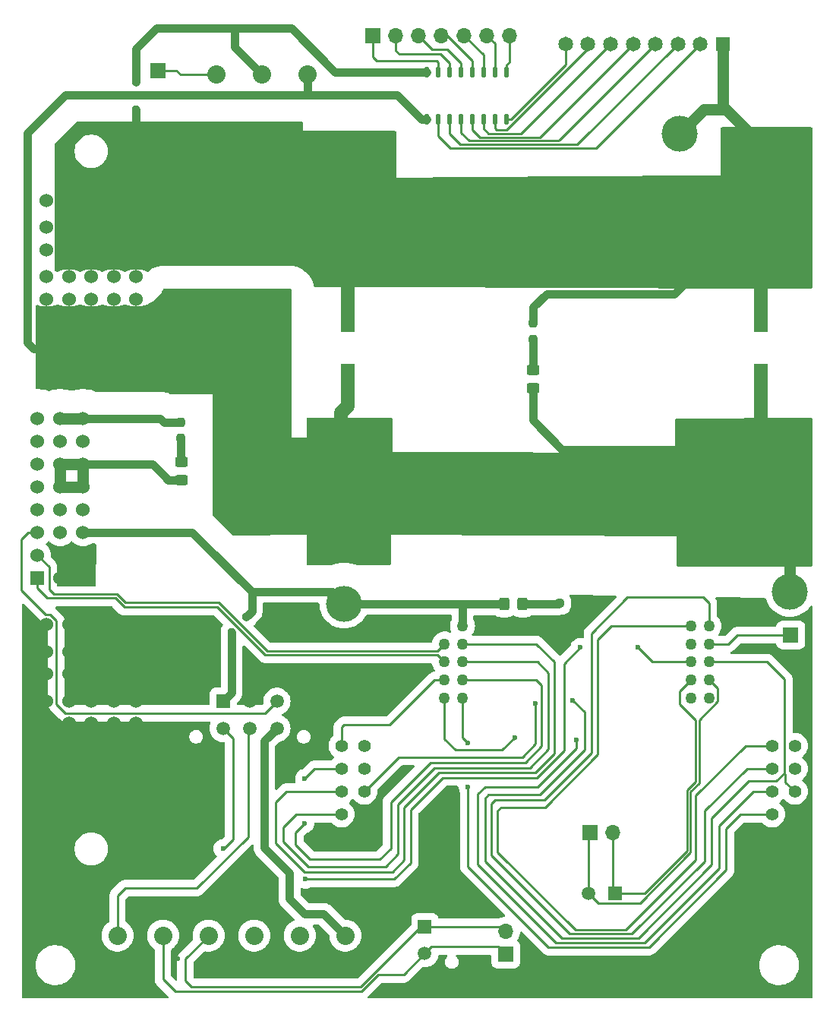
<source format=gtl>
%TF.GenerationSoftware,KiCad,Pcbnew,8.0.4*%
%TF.CreationDate,2025-01-10T13:04:31-08:00*%
%TF.ProjectId,X17_Backplane,5831375f-4261-4636-9b70-6c616e652e6b,rev?*%
%TF.SameCoordinates,Original*%
%TF.FileFunction,Copper,L1,Top*%
%TF.FilePolarity,Positive*%
%FSLAX46Y46*%
G04 Gerber Fmt 4.6, Leading zero omitted, Abs format (unit mm)*
G04 Created by KiCad (PCBNEW 8.0.4) date 2025-01-10 13:04:31*
%MOMM*%
%LPD*%
G01*
G04 APERTURE LIST*
G04 Aperture macros list*
%AMRoundRect*
0 Rectangle with rounded corners*
0 $1 Rounding radius*
0 $2 $3 $4 $5 $6 $7 $8 $9 X,Y pos of 4 corners*
0 Add a 4 corners polygon primitive as box body*
4,1,4,$2,$3,$4,$5,$6,$7,$8,$9,$2,$3,0*
0 Add four circle primitives for the rounded corners*
1,1,$1+$1,$2,$3*
1,1,$1+$1,$4,$5*
1,1,$1+$1,$6,$7*
1,1,$1+$1,$8,$9*
0 Add four rect primitives between the rounded corners*
20,1,$1+$1,$2,$3,$4,$5,0*
20,1,$1+$1,$4,$5,$6,$7,0*
20,1,$1+$1,$6,$7,$8,$9,0*
20,1,$1+$1,$8,$9,$2,$3,0*%
G04 Aperture macros list end*
%TA.AperFunction,ComponentPad*%
%ADD10R,1.700000X1.700000*%
%TD*%
%TA.AperFunction,ComponentPad*%
%ADD11O,1.700000X1.700000*%
%TD*%
%TA.AperFunction,ComponentPad*%
%ADD12R,1.530000X1.530000*%
%TD*%
%TA.AperFunction,ComponentPad*%
%ADD13C,1.530000*%
%TD*%
%TA.AperFunction,ComponentPad*%
%ADD14C,2.032000*%
%TD*%
%TA.AperFunction,ComponentPad*%
%ADD15R,1.520000X1.520000*%
%TD*%
%TA.AperFunction,ComponentPad*%
%ADD16C,1.520000*%
%TD*%
%TA.AperFunction,SMDPad,CuDef*%
%ADD17RoundRect,0.237500X-0.250000X-0.237500X0.250000X-0.237500X0.250000X0.237500X-0.250000X0.237500X0*%
%TD*%
%TA.AperFunction,SMDPad,CuDef*%
%ADD18C,4.000000*%
%TD*%
%TA.AperFunction,ComponentPad*%
%ADD19C,1.650000*%
%TD*%
%TA.AperFunction,ComponentPad*%
%ADD20R,1.650000X1.650000*%
%TD*%
%TA.AperFunction,SMDPad,CuDef*%
%ADD21RoundRect,0.250000X-0.450000X0.325000X-0.450000X-0.325000X0.450000X-0.325000X0.450000X0.325000X0*%
%TD*%
%TA.AperFunction,SMDPad,CuDef*%
%ADD22R,1.498600X3.810000*%
%TD*%
%TA.AperFunction,SMDPad,CuDef*%
%ADD23RoundRect,0.237500X0.237500X-0.250000X0.237500X0.250000X-0.237500X0.250000X-0.237500X-0.250000X0*%
%TD*%
%TA.AperFunction,SMDPad,CuDef*%
%ADD24RoundRect,0.250000X0.325000X0.450000X-0.325000X0.450000X-0.325000X-0.450000X0.325000X-0.450000X0*%
%TD*%
%TA.AperFunction,SMDPad,CuDef*%
%ADD25O,0.549999X1.250000*%
%TD*%
%TA.AperFunction,ComponentPad*%
%ADD26C,1.270000*%
%TD*%
%TA.AperFunction,ComponentPad*%
%ADD27C,1.390000*%
%TD*%
%TA.AperFunction,ComponentPad*%
%ADD28R,1.390000X1.390000*%
%TD*%
%TA.AperFunction,ViaPad*%
%ADD29C,0.600000*%
%TD*%
%TA.AperFunction,ViaPad*%
%ADD30C,0.939800*%
%TD*%
%TA.AperFunction,Conductor*%
%ADD31C,0.279400*%
%TD*%
%TA.AperFunction,Conductor*%
%ADD32C,0.889000*%
%TD*%
%TA.AperFunction,Conductor*%
%ADD33C,1.270000*%
%TD*%
%TA.AperFunction,Conductor*%
%ADD34C,1.524000*%
%TD*%
%TA.AperFunction,Conductor*%
%ADD35C,0.200000*%
%TD*%
G04 APERTURE END LIST*
D10*
%TO.P,J11,1,Pin_1*%
%TO.N,A_TB+*%
X147200000Y-145575000D03*
D11*
%TO.P,J11,2,Pin_2*%
%TO.N,A_TB-*%
X147200000Y-143035000D03*
%TD*%
D12*
%TO.P,J14,01,01*%
%TO.N,Aout-*%
X95000000Y-103670000D03*
D13*
%TO.P,J14,02,02*%
%TO.N,Aout+*%
X95000000Y-101130000D03*
%TO.P,J14,03,03*%
%TO.N,NRST_PSB*%
X95000000Y-98590000D03*
%TO.P,J14,04,04*%
%TO.N,unconnected-(J14-Pad04)*%
X95000000Y-96050000D03*
%TO.P,J14,05,05*%
%TO.N,unconnected-(J14-Pad05)*%
X95000000Y-93510000D03*
%TO.P,J14,06,06*%
%TO.N,unconnected-(J14-Pad06)*%
X95000000Y-90970000D03*
%TO.P,J14,07,07*%
%TO.N,unconnected-(J14-Pad07)*%
X95000000Y-88430000D03*
%TO.P,J14,08,08*%
%TO.N,unconnected-(J14-Pad08)*%
X95000000Y-85890000D03*
%TO.P,J14,09,09*%
%TO.N,5V_GND*%
X97540000Y-103670000D03*
%TO.P,J14,10,10*%
X97540000Y-101130000D03*
%TO.P,J14,11,11*%
%TO.N,5V*%
X97540000Y-98590000D03*
%TO.P,J14,12,12*%
X97540000Y-96050000D03*
%TO.P,J14,13,13*%
%TO.N,48V*%
X97540000Y-93510000D03*
%TO.P,J14,14,14*%
X97540000Y-90970000D03*
%TO.P,J14,15,15*%
%TO.N,48V_GND*%
X97540000Y-88430000D03*
%TO.P,J14,16,16*%
X97540000Y-85890000D03*
%TO.P,J14,17,17*%
%TO.N,5V_GND*%
X100080000Y-103670000D03*
%TO.P,J14,18,18*%
X100080000Y-101130000D03*
%TO.P,J14,19,19*%
%TO.N,5V*%
X100080000Y-98590000D03*
%TO.P,J14,20,20*%
X100080000Y-96050000D03*
%TO.P,J14,21,21*%
%TO.N,48V*%
X100080000Y-93510000D03*
%TO.P,J14,22,22*%
X100080000Y-90970000D03*
%TO.P,J14,23,23*%
%TO.N,48V_GND*%
X100080000Y-88430000D03*
%TO.P,J14,24,24*%
X100080000Y-85890000D03*
%TO.P,J14,P01_1,P01*%
%TO.N,5V_GND*%
X106000000Y-125340000D03*
X103500000Y-125340000D03*
X101000000Y-125340000D03*
X98500000Y-125340000D03*
X96000000Y-125340000D03*
X106000000Y-128340000D03*
X103500000Y-128340000D03*
X101000000Y-128340000D03*
X98500000Y-128340000D03*
X96000000Y-128340000D03*
%TO.P,J14,P02_1,P02*%
X106000000Y-119840000D03*
X103500000Y-119840000D03*
X101000000Y-119840000D03*
X98500000Y-119840000D03*
X96000000Y-119840000D03*
X106000000Y-122840000D03*
X103500000Y-122840000D03*
X101000000Y-122840000D03*
X98500000Y-122840000D03*
X96000000Y-122840000D03*
%TO.P,J14,P03_1,P03*%
X106000000Y-114340000D03*
X103500000Y-114340000D03*
X101000000Y-114340000D03*
X98500000Y-114340000D03*
X96000000Y-114340000D03*
X106000000Y-117340000D03*
X103500000Y-117340000D03*
X101000000Y-117340000D03*
X98500000Y-117340000D03*
X96000000Y-117340000D03*
%TO.P,J14,P04_1,P04*%
X106000000Y-108840000D03*
X103500000Y-108840000D03*
X101000000Y-108840000D03*
X98500000Y-108840000D03*
X96000000Y-108840000D03*
X106000000Y-111840000D03*
X103500000Y-111840000D03*
X101000000Y-111840000D03*
X98500000Y-111840000D03*
X96000000Y-111840000D03*
%TO.P,J14,P05_1,P05*%
%TO.N,12V*%
X106000000Y-78080000D03*
X103500000Y-78080000D03*
X101000000Y-78080000D03*
X98500000Y-78080000D03*
X96000000Y-78080000D03*
X106000000Y-81080000D03*
X103500000Y-81080000D03*
X101000000Y-81080000D03*
X98500000Y-81080000D03*
X96000000Y-81080000D03*
%TO.P,J14,P06_1,P06*%
X106000000Y-72580000D03*
X103500000Y-72580000D03*
X101000000Y-72580000D03*
X98500000Y-72580000D03*
X96000000Y-72580000D03*
X106000000Y-75580000D03*
X103500000Y-75580000D03*
X101000000Y-75580000D03*
X98500000Y-75580000D03*
X96000000Y-75580000D03*
%TO.P,J14,P07_1,P07*%
%TO.N,12V_GND*%
X106000000Y-67080000D03*
X103500000Y-67080000D03*
X101000000Y-67080000D03*
X98500000Y-67080000D03*
X96000000Y-67080000D03*
X106000000Y-70080000D03*
X103500000Y-70080000D03*
X101000000Y-70080000D03*
X98500000Y-70080000D03*
X96000000Y-70080000D03*
%TO.P,J14,P08_1,P08*%
X106000000Y-61580000D03*
X103500000Y-61580000D03*
X101000000Y-61580000D03*
X98500000Y-61580000D03*
X96000000Y-61580000D03*
X106000000Y-64580000D03*
X103500000Y-64580000D03*
X101000000Y-64580000D03*
X98500000Y-64580000D03*
X96000000Y-64580000D03*
%TD*%
D14*
%TO.P,U4,1,1*%
%TO.N,PWMC0_OUT*%
X114970000Y-47550000D03*
%TO.P,U4,2,2*%
%TO.N,12V_GND*%
X120050000Y-47550000D03*
%TO.P,U4,3,3*%
%TO.N,12V*%
X125130000Y-47550000D03*
%TD*%
D15*
%TO.P,J8,1,1*%
%TO.N,5V*%
X115700002Y-117400000D03*
D16*
%TO.P,J8,2,2*%
%TO.N,5V_GND*%
X118700001Y-117400000D03*
%TO.P,J8,3,3*%
%TO.N,NRST_PSB*%
X121700000Y-117400000D03*
%TO.P,J8,4,4*%
%TO.N,NRST_ESCC*%
X115700002Y-120399999D03*
%TO.P,J8,5,5*%
%TO.N,NRST_TB*%
X118700001Y-120399999D03*
%TO.P,J8,6,6*%
%TO.N,5V_GNDTB*%
X121700000Y-120399999D03*
%TD*%
D17*
%TO.P,R6,1*%
%TO.N,Net-(D2-K)*%
X153255000Y-106470000D03*
%TO.P,R6,2*%
%TO.N,5V_GND*%
X155080000Y-106470000D03*
%TD*%
D10*
%TO.P,J6,1,Pin_1*%
%TO.N,A+*%
X156625000Y-132000000D03*
D11*
%TO.P,J6,2,Pin_2*%
%TO.N,A-*%
X159165000Y-132000000D03*
%TD*%
D10*
%TO.P,J5,1,Pin_1*%
%TO.N,PWMC0_OUT*%
X108450000Y-47100000D03*
%TD*%
D15*
%TO.P,J18,1,1*%
%TO.N,A-*%
X159415000Y-138760352D03*
D16*
%TO.P,J18,2,2*%
%TO.N,A+*%
X156415001Y-138760352D03*
%TD*%
D18*
%TO.P,J9,1,Pin_1*%
%TO.N,12V_GND*%
X166600000Y-54100000D03*
%TD*%
D19*
%TO.P,U3,8,8*%
%TO.N,SOL1_1*%
X153900000Y-44100000D03*
%TO.P,U3,7,7*%
%TO.N,SOL2_1*%
X156400000Y-44100000D03*
%TO.P,U3,6,6*%
%TO.N,SOL3_1*%
X158900000Y-44100000D03*
%TO.P,U3,5,5*%
%TO.N,SOL4_1*%
X161400000Y-44100000D03*
%TO.P,U3,4,4*%
%TO.N,SOL5_1*%
X163900000Y-44100000D03*
%TO.P,U3,3,3*%
%TO.N,SOL6_1*%
X166400000Y-44100000D03*
%TO.P,U3,2,2*%
%TO.N,SOL7_1*%
X168900000Y-44100000D03*
D20*
%TO.P,U3,1,1*%
%TO.N,12V_GND*%
X171400000Y-44100000D03*
%TD*%
D21*
%TO.P,D1,1,K*%
%TO.N,Net-(D1-K)*%
X150275000Y-80475000D03*
%TO.P,D1,2,A*%
%TO.N,12V*%
X150275000Y-82525000D03*
%TD*%
D22*
%TO.P,C1,1*%
%TO.N,12V*%
X175700000Y-81606800D03*
%TO.P,C1,2*%
%TO.N,12V_GND*%
X175700000Y-74393200D03*
%TD*%
D21*
%TO.P,D4,1,K*%
%TO.N,Net-(D4-K)*%
X111050000Y-90675000D03*
%TO.P,D4,2,A*%
%TO.N,48V*%
X111050000Y-92725000D03*
%TD*%
D23*
%TO.P,R5,1*%
%TO.N,Net-(D1-K)*%
X150275000Y-77062500D03*
%TO.P,R5,2*%
%TO.N,12V_GND*%
X150275000Y-75237500D03*
%TD*%
D11*
%TO.P,J4,7,Pin_7*%
%TO.N,GPIO1*%
X147675000Y-43175001D03*
%TO.P,J4,6,Pin_6*%
%TO.N,GPIO2*%
X145135000Y-43175001D03*
%TO.P,J4,5,Pin_5*%
%TO.N,GPIO3*%
X142595000Y-43175001D03*
%TO.P,J4,4,Pin_4*%
%TO.N,GPIO4*%
X140055000Y-43175001D03*
%TO.P,J4,3,Pin_3*%
%TO.N,GPIO5*%
X137515000Y-43175001D03*
%TO.P,J4,2,Pin_2*%
%TO.N,GPIO6*%
X134975000Y-43175001D03*
D10*
%TO.P,J4,1,Pin_1*%
%TO.N,GPIO7*%
X132435000Y-43175001D03*
%TD*%
D22*
%TO.P,C2,1*%
%TO.N,12V*%
X129600000Y-81606800D03*
%TO.P,C2,2*%
%TO.N,12V_GND*%
X129600000Y-74393200D03*
%TD*%
D24*
%TO.P,D2,1,K*%
%TO.N,Net-(D2-K)*%
X149092500Y-106570000D03*
%TO.P,D2,2,A*%
%TO.N,5V*%
X147042500Y-106570000D03*
%TD*%
D14*
%TO.P,U1,1,1*%
%TO.N,NRST_TB*%
X103933400Y-143500000D03*
%TO.P,U1,2,2*%
%TO.N,A_TB+*%
X109013400Y-143500000D03*
%TO.P,U1,3,3*%
%TO.N,A_TB-*%
X114093400Y-143500000D03*
%TO.P,U1,4,4*%
%TO.N,48V_GND*%
X119173400Y-143500000D03*
%TO.P,U1,5,5*%
%TO.N,Net-(F1-Pad2)*%
X124253400Y-143500000D03*
%TO.P,U1,6,6*%
%TO.N,5V_GNDTB*%
X129333400Y-143500000D03*
%TD*%
D25*
%TO.P,U2,16,OUT1*%
%TO.N,SOL1_1*%
X147300000Y-52500000D03*
%TO.P,U2,15,OUT2*%
%TO.N,SOL2_1*%
X146030000Y-52500000D03*
%TO.P,U2,14,OUT3*%
%TO.N,SOL3_1*%
X144760000Y-52500000D03*
%TO.P,U2,13,OUT4*%
%TO.N,SOL4_1*%
X143490000Y-52500000D03*
%TO.P,U2,12,OUT5*%
%TO.N,SOL5_1*%
X142220000Y-52500000D03*
%TO.P,U2,11,OUT6*%
%TO.N,SOL6_1*%
X140950000Y-52500000D03*
%TO.P,U2,10,OUT7*%
%TO.N,SOL7_1*%
X139680000Y-52500000D03*
%TO.P,U2,9,COM*%
%TO.N,12V*%
X138410000Y-52500000D03*
%TO.P,U2,8,GND*%
%TO.N,12V_GND*%
X138410000Y-47250000D03*
%TO.P,U2,7,IN7*%
%TO.N,GPIO7*%
X139680000Y-47250000D03*
%TO.P,U2,6,IN6*%
%TO.N,GPIO6*%
X140950000Y-47250000D03*
%TO.P,U2,5,IN5*%
%TO.N,GPIO5*%
X142220000Y-47250000D03*
%TO.P,U2,4,IN4*%
%TO.N,GPIO4*%
X143490000Y-47250000D03*
%TO.P,U2,3,IN3*%
%TO.N,GPIO3*%
X144760000Y-47250000D03*
%TO.P,U2,2,IN2*%
%TO.N,GPIO2*%
X146030000Y-47250000D03*
%TO.P,U2,1,IN1*%
%TO.N,GPIO1*%
X147300000Y-47250000D03*
%TD*%
D26*
%TO.P,J19,1,1*%
%TO.N,5V*%
X142400000Y-109000001D03*
%TO.P,J19,2,2*%
%TO.N,5V_GND*%
X140399999Y-109000001D03*
%TO.P,J19,3,3*%
%TO.N,PWMA1*%
X142400000Y-111000000D03*
%TO.P,J19,4,4*%
%TO.N,Aout+*%
X140399999Y-111000000D03*
%TO.P,J19,5,5*%
%TO.N,PWMA0*%
X142400000Y-113000001D03*
%TO.P,J19,6,6*%
%TO.N,Aout-*%
X140399999Y-113000001D03*
%TO.P,J19,7,7*%
%TO.N,PWMA2*%
X142400000Y-115000002D03*
%TO.P,J19,8,8*%
%TO.N,PWMA3*%
X140399999Y-115000002D03*
%TO.P,J19,9,9*%
%TO.N,PWMB0*%
X142400000Y-117000000D03*
%TO.P,J19,10,10*%
%TO.N,PWMB1*%
X140399999Y-117000000D03*
%TO.P,J19,11,11*%
%TO.N,PWMB2*%
X169870901Y-109000001D03*
%TO.P,J19,12,12*%
%TO.N,PWMB3*%
X167870900Y-109000001D03*
%TO.P,J19,13,13*%
%TO.N,PWMC0*%
X169870901Y-111000000D03*
%TO.P,J19,14,14*%
%TO.N,PWMC1*%
X167870900Y-111000000D03*
%TO.P,J19,15,15*%
%TO.N,Telemetry*%
X169870901Y-113000001D03*
%TO.P,J19,16,16*%
%TO.N,NRST_ESCC*%
X167870900Y-113000001D03*
%TO.P,J19,17,17*%
%TO.N,A+*%
X169870901Y-115000002D03*
%TO.P,J19,18,18*%
%TO.N,A-*%
X167870900Y-115000002D03*
%TO.P,J19,19,19*%
%TO.N,unconnected-(J19-Pad19)*%
X169870901Y-117000000D03*
%TO.P,J19,20,20*%
%TO.N,unconnected-(J19-Pad20)*%
X167870900Y-117000000D03*
%TD*%
D18*
%TO.P,J15,1,Pin_1*%
%TO.N,5V*%
X129200000Y-106500000D03*
%TD*%
%TO.P,J7,1,Pin_1*%
%TO.N,12V*%
X178900000Y-105200000D03*
%TD*%
D27*
%TO.P,J3,01,01*%
%TO.N,12V*%
X179425000Y-89320000D03*
X176885000Y-89320000D03*
X179425000Y-91860000D03*
X176885000Y-91860000D03*
X179425000Y-94400000D03*
X176885000Y-94400000D03*
X179425000Y-96940000D03*
X176885000Y-96940000D03*
X179425000Y-99480000D03*
D28*
X176885000Y-99480000D03*
D27*
%TO.P,J3,02,02*%
%TO.N,5V_GND*%
X179450000Y-129980000D03*
X179450000Y-132520000D03*
D28*
X176910000Y-132520000D03*
%TO.P,J3,03,03*%
%TO.N,12V_GND*%
X179200000Y-56320000D03*
D27*
X176660000Y-56320000D03*
X179200000Y-58860000D03*
X176660000Y-58860000D03*
X179200000Y-61400000D03*
X176660000Y-61400000D03*
X179200000Y-63940000D03*
X176660000Y-63940000D03*
X179200000Y-66480000D03*
X176660000Y-66480000D03*
%TO.P,J3,04,04*%
%TO.N,PWMB0*%
X176910000Y-129980000D03*
%TO.P,J3,05,05*%
%TO.N,Telemetry*%
X179450000Y-127440000D03*
%TO.P,J3,06,06*%
%TO.N,PWMB1*%
X176910000Y-127440000D03*
%TO.P,J3,07,07*%
%TO.N,unconnected-(J3-Pad07)*%
X179450000Y-124900000D03*
%TO.P,J3,08,08*%
%TO.N,PWMB2*%
X176910000Y-124900000D03*
%TO.P,J3,09,09*%
%TO.N,unconnected-(J3-Pad09)*%
X179450000Y-122360000D03*
%TO.P,J3,10,10*%
%TO.N,PWMB3*%
X176910000Y-122360000D03*
%TD*%
D18*
%TO.P,J16,1,Pin_1*%
%TO.N,5V_GND*%
X178700000Y-139200000D03*
%TD*%
D27*
%TO.P,J2,01,01*%
%TO.N,12V*%
X131425000Y-89320000D03*
X128885000Y-89320000D03*
X131425000Y-91860000D03*
X128885000Y-91860000D03*
X131425000Y-94400000D03*
X128885000Y-94400000D03*
X131425000Y-96940000D03*
X128885000Y-96940000D03*
X131425000Y-99480000D03*
D28*
X128885000Y-99480000D03*
D27*
%TO.P,J2,02,02*%
%TO.N,5V_GND*%
X131450000Y-129980000D03*
X131450000Y-132520000D03*
D28*
X128910000Y-132520000D03*
%TO.P,J2,03,03*%
%TO.N,12V_GND*%
X131200000Y-56320000D03*
D27*
X128660000Y-56320000D03*
X131200000Y-58860000D03*
X128660000Y-58860000D03*
X131200000Y-61400000D03*
X128660000Y-61400000D03*
X131200000Y-63940000D03*
X128660000Y-63940000D03*
X131200000Y-66480000D03*
X128660000Y-66480000D03*
%TO.P,J2,04,04*%
%TO.N,PWMA0*%
X128910000Y-129980000D03*
%TO.P,J2,05,05*%
%TO.N,Telemetry*%
X131450000Y-127440000D03*
%TO.P,J2,06,06*%
%TO.N,PWMA1*%
X128910000Y-127440000D03*
%TO.P,J2,07,07*%
%TO.N,unconnected-(J2-Pad07)*%
X131450000Y-124900000D03*
%TO.P,J2,08,08*%
%TO.N,PWMA2*%
X128910000Y-124900000D03*
%TO.P,J2,09,09*%
%TO.N,unconnected-(J2-Pad09)*%
X131450000Y-122360000D03*
%TO.P,J2,10,10*%
%TO.N,PWMA3*%
X128910000Y-122360000D03*
%TD*%
D15*
%TO.P,J1,1,1*%
%TO.N,A_TB-*%
X138200000Y-142500000D03*
D16*
%TO.P,J1,2,2*%
%TO.N,A_TB+*%
X138200000Y-145499999D03*
%TD*%
D10*
%TO.P,J10,1,Pin_1*%
%TO.N,PWMC0*%
X179000000Y-110000000D03*
%TD*%
D23*
%TO.P,R8,1*%
%TO.N,Net-(D4-K)*%
X111000000Y-88112500D03*
%TO.P,R8,2*%
%TO.N,48V_GND*%
X111000000Y-86287500D03*
%TD*%
D29*
%TO.N,5V_GND*%
X112400000Y-136000000D03*
X137900000Y-149400000D03*
X136100000Y-138800000D03*
X135600000Y-140900000D03*
X117300000Y-139900000D03*
X115100000Y-138500000D03*
X130300000Y-140200000D03*
D30*
%TO.N,12V_GND*%
X106000000Y-51400000D03*
X106000000Y-48400000D03*
D29*
%TO.N,5V_GND*%
X115000000Y-131200000D03*
X115200000Y-128600000D03*
X115100000Y-126400000D03*
X119200000Y-114700000D03*
X113500000Y-115400000D03*
X114600000Y-114100000D03*
X113600000Y-112400000D03*
X114300000Y-110500000D03*
X113500000Y-108700000D03*
D30*
%TO.N,5V*%
X116668426Y-109631574D03*
X118300000Y-108000000D03*
D29*
%TO.N,5V_GND*%
X113100000Y-117200000D03*
X114200000Y-124200000D03*
X113400000Y-122800000D03*
%TO.N,12V_GND*%
X135106400Y-60806000D03*
X124968000Y-55194200D03*
X120015000Y-55245000D03*
X150012400Y-69697600D03*
X148010000Y-60470000D03*
X110007400Y-55270400D03*
X126873000Y-69977000D03*
X160100000Y-61010800D03*
X115075400Y-66580200D03*
X120065800Y-62738000D03*
X155050000Y-70150000D03*
X135106400Y-69698400D03*
X173507400Y-61036200D03*
X110058200Y-66598800D03*
X120015000Y-59080400D03*
X155100000Y-61010800D03*
X165000000Y-69950000D03*
X125018800Y-66522600D03*
X165100000Y-61010800D03*
X140106400Y-69748400D03*
X160000000Y-70000000D03*
X135100000Y-65000000D03*
X140106400Y-60706000D03*
X154950000Y-65000000D03*
X150050000Y-65050000D03*
X115024600Y-59087200D03*
X139950000Y-64950000D03*
X120065800Y-66573400D03*
X165050000Y-64950000D03*
X170050000Y-64950000D03*
X110007400Y-59105800D03*
X125018800Y-62687200D03*
X110058200Y-62763400D03*
X115075400Y-62744800D03*
X170053000Y-61061600D03*
X124968000Y-59029600D03*
X160000000Y-65000000D03*
X144962400Y-69597600D03*
X115024600Y-55251800D03*
X145000000Y-64950000D03*
X173510400Y-57147800D03*
X173532800Y-64871600D03*
%TO.N,12V*%
X145415000Y-91973400D03*
X154520400Y-91999600D03*
X164469600Y-96672400D03*
X115392200Y-80416400D03*
X110668600Y-80387200D03*
X120370600Y-76530200D03*
X149369600Y-96622400D03*
X120345200Y-80467200D03*
X145389600Y-96672400D03*
X169519600Y-96672400D03*
X159519600Y-96672400D03*
X169545000Y-100533200D03*
X119888000Y-96596200D03*
X110794800Y-72817200D03*
X124434600Y-92125800D03*
X173177200Y-96672400D03*
X140415000Y-91923400D03*
X154469600Y-96622400D03*
X124434600Y-96621600D03*
X117245600Y-84357200D03*
X164520400Y-92049600D03*
X117246400Y-89331800D03*
X149420400Y-91999600D03*
X173202600Y-100533200D03*
X120421400Y-72847200D03*
X140389600Y-96622400D03*
X110744000Y-76500200D03*
X117297200Y-94234000D03*
X135365000Y-91973400D03*
X169570400Y-92049600D03*
X115467600Y-76529400D03*
X173228000Y-92049600D03*
X121564400Y-93319600D03*
X121792200Y-84382600D03*
X159570400Y-92049600D03*
X115518400Y-72846400D03*
X135339600Y-96672400D03*
X121793000Y-89357200D03*
%TO.N,PWMA2*%
X124800000Y-131000000D03*
X124800000Y-126000000D03*
%TO.N,Telemetry*%
X154700000Y-117300000D03*
X150560300Y-117600000D03*
%TO.N,PWMB0*%
X143000000Y-126900000D03*
X143000000Y-122000000D03*
%TO.N,PWMB1*%
X155100000Y-121700000D03*
X148200000Y-121400000D03*
%TO.N,5V_GND*%
X140600000Y-131700000D03*
X140500000Y-137800000D03*
X129700000Y-147000000D03*
X106600000Y-140300000D03*
X129200000Y-117500000D03*
X132400000Y-117600000D03*
X174300000Y-135400000D03*
X126200000Y-139600000D03*
X110600000Y-146100000D03*
X120700000Y-108600000D03*
X138600000Y-134300000D03*
X180300000Y-118100000D03*
X126200000Y-120700000D03*
X122400000Y-107400000D03*
X171200000Y-140500000D03*
X125700000Y-114300000D03*
X138700000Y-131700000D03*
X122300000Y-109900000D03*
X169000000Y-143300000D03*
X129200000Y-114300000D03*
X124800000Y-107400000D03*
X178700000Y-143900000D03*
D30*
X173600000Y-139200000D03*
D29*
X172400000Y-143900000D03*
X146200000Y-148700000D03*
X132400000Y-114300000D03*
X148700000Y-148700000D03*
X132500000Y-142600000D03*
X146600000Y-109000000D03*
X105200000Y-147200000D03*
X121000000Y-140400000D03*
X138500000Y-137700000D03*
X167800000Y-149200000D03*
X167100000Y-145100000D03*
X172900000Y-147900000D03*
X137100000Y-109500000D03*
X140700000Y-128600000D03*
X118300000Y-113000000D03*
X180300000Y-115600000D03*
X153400000Y-110000000D03*
D30*
X157167500Y-107270000D03*
D29*
X124800000Y-109800000D03*
X173500000Y-107400000D03*
X162700000Y-149200000D03*
X125700000Y-146800000D03*
X135900000Y-114200000D03*
X101100000Y-147300000D03*
X125600000Y-117700000D03*
X174300000Y-133000000D03*
X132600000Y-139500000D03*
X122100000Y-114200000D03*
X134700000Y-109300000D03*
X150900000Y-109200000D03*
X140500000Y-134200000D03*
%TO.N,NRST_ESCC*%
X115700000Y-133800000D03*
X124900000Y-137200000D03*
X155500000Y-111400000D03*
X161950000Y-111350000D03*
%TD*%
D31*
%TO.N,A_TB-*%
X131075264Y-149200000D02*
X137775264Y-142500000D01*
X112200000Y-149200000D02*
X131075264Y-149200000D01*
X137775264Y-142500000D02*
X138200000Y-142500000D01*
X111500000Y-148500000D02*
X112200000Y-149200000D01*
X111500000Y-146093400D02*
X111500000Y-148500000D01*
X114093400Y-143500000D02*
X111500000Y-146093400D01*
%TO.N,NRST_PSB*%
X93181800Y-99368200D02*
X93960000Y-98590000D01*
X93960000Y-98590000D02*
X95000000Y-98590000D01*
X93181800Y-104981800D02*
X93181800Y-99368200D01*
X95935300Y-107735300D02*
X93181800Y-104981800D01*
X96457582Y-107735300D02*
X95935300Y-107735300D01*
X97104700Y-117695300D02*
X97104700Y-108382418D01*
X97104700Y-108382418D02*
X96457582Y-107735300D01*
X98144700Y-118735300D02*
X97104700Y-117695300D01*
X120364700Y-118735300D02*
X98144700Y-118735300D01*
X121700000Y-117400000D02*
X120364700Y-118735300D01*
%TO.N,NRST_TB*%
X118500000Y-120600000D02*
X118700001Y-120399999D01*
X104800000Y-138200000D02*
X112800000Y-138200000D01*
X103933400Y-139066600D02*
X104800000Y-138200000D01*
X103933400Y-143500000D02*
X103933400Y-139066600D01*
X112800000Y-138200000D02*
X118500000Y-132500000D01*
X118500000Y-132500000D02*
X118500000Y-120600000D01*
%TO.N,A_TB+*%
X146364999Y-144739999D02*
X147200000Y-145575000D01*
X138960000Y-144739999D02*
X146364999Y-144739999D01*
X138200000Y-145499999D02*
X138960000Y-144739999D01*
X131100000Y-149750000D02*
X133000000Y-147850000D01*
X110350000Y-149750000D02*
X131100000Y-149750000D01*
X135849999Y-147850000D02*
X138200000Y-145499999D01*
X109000000Y-148400000D02*
X110350000Y-149750000D01*
X133000000Y-147850000D02*
X135849999Y-147850000D01*
X109000000Y-143513400D02*
X109000000Y-148400000D01*
X109013400Y-143500000D02*
X109000000Y-143513400D01*
%TO.N,A_TB-*%
X147200000Y-143035000D02*
X146665000Y-142500000D01*
X146665000Y-142500000D02*
X138200000Y-142500000D01*
D32*
%TO.N,5V_GNDTB*%
X126933400Y-141100000D02*
X129333400Y-143500000D01*
X124803775Y-141100000D02*
X126933400Y-141100000D01*
X123120000Y-136520002D02*
X123120000Y-139416225D01*
X120300000Y-133700002D02*
X123120000Y-136520002D01*
X120300000Y-121799999D02*
X120300000Y-133700002D01*
X121700000Y-120399999D02*
X120300000Y-121799999D01*
X123120000Y-139416225D02*
X124803775Y-141100000D01*
%TO.N,12V_GND*%
X106000000Y-44650000D02*
X108300000Y-42350000D01*
X106000000Y-48400000D02*
X106000000Y-44650000D01*
X108300000Y-42350000D02*
X116900000Y-42350000D01*
X106000000Y-53450000D02*
X106000000Y-51400000D01*
D31*
%TO.N,SOL7_1*%
X157268000Y-55732000D02*
X168900000Y-44100000D01*
X141032000Y-55732000D02*
X157268000Y-55732000D01*
X139680000Y-54380000D02*
X141032000Y-55732000D01*
X139680000Y-52500000D02*
X139680000Y-54380000D01*
%TO.N,SOL6_1*%
X155174400Y-55325600D02*
X155200000Y-55300000D01*
X142125600Y-55325600D02*
X155174400Y-55325600D01*
X140950000Y-54150000D02*
X142125600Y-55325600D01*
X140950000Y-52500000D02*
X140950000Y-54150000D01*
X155200000Y-55300000D02*
X166400000Y-44100000D01*
%TO.N,SOL5_1*%
X153080800Y-54919200D02*
X153200000Y-54800000D01*
X142220000Y-52500000D02*
X142220000Y-54020000D01*
X142220000Y-54020000D02*
X143119200Y-54919200D01*
X143119200Y-54919200D02*
X153080800Y-54919200D01*
X153200000Y-54800000D02*
X163900000Y-44100000D01*
%TO.N,SOL4_1*%
X150987200Y-54512800D02*
X161400000Y-44100000D01*
X143490000Y-53690000D02*
X144312800Y-54512800D01*
X143490000Y-52500000D02*
X143490000Y-53690000D01*
X144312800Y-54512800D02*
X150987200Y-54512800D01*
%TO.N,SOL3_1*%
X148893600Y-54106400D02*
X158900000Y-44100000D01*
X145306400Y-54106400D02*
X148893600Y-54106400D01*
X144760000Y-53560000D02*
X145306400Y-54106400D01*
X144760000Y-52500000D02*
X144760000Y-53560000D01*
%TO.N,SOL2_1*%
X156400000Y-44619317D02*
X156400000Y-44100000D01*
X147319317Y-53700000D02*
X156400000Y-44619317D01*
X146200000Y-53700000D02*
X147319317Y-53700000D01*
X146030000Y-53530000D02*
X146200000Y-53700000D01*
X146030000Y-52500000D02*
X146030000Y-53530000D01*
%TO.N,SOL1_1*%
X153900000Y-46400000D02*
X153900000Y-44100000D01*
X147800000Y-52500000D02*
X153900000Y-46400000D01*
X147300000Y-52500000D02*
X147800000Y-52500000D01*
D32*
%TO.N,12V_GND*%
X128200000Y-47250000D02*
X138410000Y-47250000D01*
X123300000Y-42350000D02*
X128200000Y-47250000D01*
X116900000Y-42350000D02*
X123300000Y-42350000D01*
D31*
%TO.N,GPIO7*%
X132855000Y-45975001D02*
X132435000Y-45555001D01*
X139475001Y-45975001D02*
X132855000Y-45975001D01*
X132435000Y-45555001D02*
X132435000Y-43175001D01*
X139680000Y-46180000D02*
X139475001Y-45975001D01*
X139680000Y-47250000D02*
X139680000Y-46180000D01*
%TO.N,GPIO6*%
X139975001Y-45275001D02*
X140950000Y-46250000D01*
X135355000Y-45275001D02*
X139975001Y-45275001D01*
X134975000Y-44895001D02*
X135355000Y-45275001D01*
X134975000Y-43175001D02*
X134975000Y-44895001D01*
X140950000Y-46250000D02*
X140950000Y-47250000D01*
%TO.N,GPIO5*%
X142220000Y-46220000D02*
X142220000Y-47250000D01*
X139039999Y-44700000D02*
X140700000Y-44700000D01*
X140700000Y-44700000D02*
X142220000Y-46220000D01*
X137515000Y-43175001D02*
X139039999Y-44700000D01*
%TO.N,GPIO4*%
X140675001Y-43175001D02*
X140055000Y-43175001D01*
X143490000Y-45990000D02*
X140675001Y-43175001D01*
X143490000Y-47250000D02*
X143490000Y-45990000D01*
%TO.N,GPIO3*%
X144760000Y-45340001D02*
X142595000Y-43175001D01*
X144760000Y-47250000D02*
X144760000Y-45340001D01*
%TO.N,GPIO2*%
X146030000Y-44070001D02*
X145135000Y-43175001D01*
X146030000Y-47250000D02*
X146030000Y-44070001D01*
%TO.N,GPIO1*%
X147300000Y-46500000D02*
X147675000Y-46125000D01*
X147300000Y-47250000D02*
X147300000Y-46500000D01*
D32*
%TO.N,12V*%
X137800000Y-52500000D02*
X138410000Y-52500000D01*
X135100000Y-49800000D02*
X137800000Y-52500000D01*
X125100000Y-49800000D02*
X135100000Y-49800000D01*
%TO.N,12V_GND*%
X117000000Y-44500000D02*
X117000000Y-42450000D01*
X120050000Y-47550000D02*
X117000000Y-44500000D01*
X117000000Y-42450000D02*
X116900000Y-42350000D01*
%TO.N,12V*%
X125130000Y-49770000D02*
X125100000Y-49800000D01*
X98150000Y-49800000D02*
X125100000Y-49800000D01*
X125130000Y-47550000D02*
X125130000Y-49770000D01*
D31*
%TO.N,GPIO1*%
X147675000Y-46125000D02*
X147675000Y-43175001D01*
D33*
%TO.N,12V_GND*%
X171740000Y-51400000D02*
X169300000Y-51400000D01*
X169300000Y-51400000D02*
X166600000Y-54100000D01*
X176660000Y-56320000D02*
X171740000Y-51400000D01*
X171400000Y-51060000D02*
X176660000Y-56320000D01*
X171400000Y-44100000D02*
X171400000Y-51060000D01*
D31*
%TO.N,NRST_ESCC*%
X116800000Y-121499997D02*
X115700002Y-120399999D01*
X116800000Y-132800000D02*
X116800000Y-121499997D01*
X115800000Y-133800000D02*
X116800000Y-132800000D01*
X115700000Y-133800000D02*
X115800000Y-133800000D01*
D32*
%TO.N,5V*%
X116668426Y-116431576D02*
X115700002Y-117400000D01*
X116668426Y-109631574D02*
X116668426Y-116431576D01*
X118900000Y-107400000D02*
X118300000Y-108000000D01*
X118900000Y-105200000D02*
X118900000Y-107400000D01*
%TO.N,12V_GND*%
X150275000Y-75237500D02*
X150275000Y-73475000D01*
D34*
X129600000Y-70300000D02*
X131200000Y-68700000D01*
D32*
X151750000Y-72000000D02*
X166000000Y-72000000D01*
D34*
X129600000Y-74393200D02*
X129600000Y-70300000D01*
D32*
X106000000Y-53450000D02*
X106000000Y-61580000D01*
X171520000Y-66480000D02*
X176660000Y-66480000D01*
D34*
X175700000Y-74801100D02*
X175700000Y-70300000D01*
D32*
X166000000Y-72000000D02*
X171520000Y-66480000D01*
D34*
X175700000Y-70300000D02*
X176660000Y-69340000D01*
X176660000Y-69340000D02*
X176660000Y-63940000D01*
D32*
X150275000Y-73475000D02*
X151750000Y-72000000D01*
D34*
X131200000Y-68700000D02*
X131200000Y-63940000D01*
%TO.N,12V*%
X176885000Y-91860000D02*
X176885000Y-87385000D01*
X176885000Y-87385000D02*
X175700000Y-86200000D01*
X128885000Y-85215000D02*
X128885000Y-91860000D01*
D32*
X96000000Y-78080000D02*
X94580000Y-78080000D01*
D34*
X129600000Y-81606800D02*
X129600000Y-84500000D01*
D32*
X150275000Y-82525000D02*
X150275000Y-86075000D01*
D33*
X178900000Y-100005000D02*
X179425000Y-99480000D01*
D32*
X153520000Y-89320000D02*
X176885000Y-89320000D01*
X150275000Y-86075000D02*
X153520000Y-89320000D01*
D34*
X175700000Y-86200000D02*
X175700000Y-82014700D01*
D32*
X93900000Y-54050000D02*
X98150000Y-49800000D01*
X93900000Y-77400000D02*
X93900000Y-54050000D01*
D33*
X178900000Y-105200000D02*
X178900000Y-100005000D01*
D34*
X129600000Y-84500000D02*
X128885000Y-85215000D01*
D32*
X94580000Y-78080000D02*
X93900000Y-77400000D01*
%TO.N,Net-(D1-K)*%
X150275000Y-77062500D02*
X150275000Y-80475000D01*
%TO.N,5V*%
X112290000Y-98590000D02*
X113350000Y-99650000D01*
X118900000Y-105200000D02*
X127900000Y-105200000D01*
X142400000Y-106500000D02*
X142470000Y-106570000D01*
X100090000Y-98600000D02*
X100080000Y-98590000D01*
X142470000Y-106570000D02*
X147042500Y-106570000D01*
X142400000Y-109000001D02*
X142400000Y-106500000D01*
X127900000Y-105200000D02*
X129200000Y-106500000D01*
X129200000Y-106500000D02*
X142400000Y-106500000D01*
X100080000Y-98590000D02*
X112290000Y-98590000D01*
X113350000Y-99650000D02*
X118900000Y-105200000D01*
X147042500Y-106570000D02*
X147042500Y-106495000D01*
%TO.N,Net-(D2-K)*%
X153155000Y-106570000D02*
X153255000Y-106470000D01*
X149092500Y-106570000D02*
X153155000Y-106570000D01*
%TO.N,Net-(D4-K)*%
X111000000Y-90625000D02*
X111050000Y-90675000D01*
X111000000Y-88112500D02*
X111000000Y-90625000D01*
D31*
%TO.N,PWMA2*%
X151200000Y-115600000D02*
X151200000Y-122400000D01*
X125900000Y-124900000D02*
X128910000Y-124900000D01*
X134400000Y-133800000D02*
X133200000Y-135000000D01*
X149400000Y-124200000D02*
X138800000Y-124200000D01*
X138800000Y-124200000D02*
X134400000Y-128600000D01*
X151200000Y-122400000D02*
X149400000Y-124200000D01*
X134400000Y-128600000D02*
X134400000Y-133800000D01*
X142400000Y-115000002D02*
X150600002Y-115000002D01*
X150600002Y-115000002D02*
X151200000Y-115600000D01*
X124800000Y-126000000D02*
X125900000Y-124900000D01*
X133200000Y-135000000D02*
X125400000Y-135000000D01*
X123800000Y-133400000D02*
X123800000Y-132000000D01*
X123800000Y-132000000D02*
X124800000Y-131000000D01*
X125400000Y-135000000D02*
X123800000Y-133400000D01*
%TO.N,Telemetry*%
X150560300Y-117600000D02*
X150560300Y-122139700D01*
X153500000Y-143800000D02*
X162000000Y-143800000D01*
X135290000Y-123600000D02*
X131450000Y-127440000D01*
X149100000Y-123600000D02*
X135290000Y-123600000D01*
X150560300Y-122139700D02*
X149100000Y-123600000D01*
X144900000Y-128200000D02*
X144900000Y-135200000D01*
X169870901Y-113000001D02*
X169920902Y-112950000D01*
X145300000Y-127800000D02*
X144900000Y-128200000D01*
X170200000Y-130400000D02*
X174300000Y-126300000D01*
X178300000Y-114950001D02*
X176350000Y-113000001D01*
X174300000Y-126300000D02*
X177400000Y-126300000D01*
X179450000Y-127440000D02*
X178415300Y-126405300D01*
X154700000Y-117300000D02*
X156000000Y-118600000D01*
X169870901Y-113000001D02*
X176350000Y-113000001D01*
X178415300Y-126405300D02*
X178415300Y-125515300D01*
X178415300Y-125515300D02*
X178300000Y-125400000D01*
X156000000Y-118600000D02*
X156000000Y-122800000D01*
X151000000Y-127800000D02*
X145300000Y-127800000D01*
X144900000Y-135200000D02*
X153500000Y-143800000D01*
X156000000Y-122800000D02*
X151000000Y-127800000D01*
X177400000Y-126300000D02*
X178300000Y-125400000D01*
X162000000Y-143800000D02*
X170200000Y-135600000D01*
X170200000Y-135600000D02*
X170200000Y-130400000D01*
X178300000Y-125400000D02*
X178300000Y-114950001D01*
%TO.N,PWMA3*%
X128910000Y-120290000D02*
X129200000Y-120000000D01*
X128910000Y-122360000D02*
X128910000Y-120290000D01*
X129200000Y-120000000D02*
X134300000Y-120000000D01*
X139299998Y-115000002D02*
X140399999Y-115000002D01*
X134300000Y-120000000D02*
X139299998Y-115000002D01*
%TO.N,PWMA1*%
X121600000Y-133200000D02*
X121600000Y-128600000D01*
X124800000Y-136400000D02*
X121600000Y-133200000D01*
X135900000Y-135100000D02*
X134600000Y-136400000D01*
X142400000Y-111000000D02*
X150600000Y-111000000D01*
X152600000Y-113000000D02*
X152600000Y-123200000D01*
X134600000Y-136400000D02*
X124800000Y-136400000D01*
X152600000Y-123200000D02*
X150500000Y-125300000D01*
X139800000Y-125300000D02*
X135900000Y-129200000D01*
X122760000Y-127440000D02*
X128910000Y-127440000D01*
X150600000Y-111000000D02*
X152600000Y-113000000D01*
X150500000Y-125300000D02*
X139800000Y-125300000D01*
X121600000Y-128600000D02*
X122760000Y-127440000D01*
X135900000Y-129200000D02*
X135900000Y-135100000D01*
%TO.N,PWMA0*%
X150800001Y-113000001D02*
X152000000Y-114200000D01*
X135200000Y-128900000D02*
X135200000Y-134400000D01*
X133800000Y-135800000D02*
X125200000Y-135800000D01*
X152000000Y-122700000D02*
X149900000Y-124800000D01*
X152000000Y-114200000D02*
X152000000Y-122700000D01*
X149900000Y-124800000D02*
X139300000Y-124800000D01*
X122400000Y-133000000D02*
X122400000Y-131400000D01*
X123820000Y-129980000D02*
X128910000Y-129980000D01*
X125200000Y-135800000D02*
X122400000Y-133000000D01*
X142400000Y-113000001D02*
X150800001Y-113000001D01*
X122400000Y-131400000D02*
X123820000Y-129980000D01*
X139300000Y-124800000D02*
X135200000Y-128900000D01*
X135200000Y-134400000D02*
X133800000Y-135800000D01*
%TO.N,PWMB2*%
X174100000Y-124900000D02*
X176910000Y-124900000D01*
X154300000Y-143300000D02*
X161300000Y-143300000D01*
X145600000Y-134600000D02*
X154300000Y-143300000D01*
X169200000Y-105800000D02*
X160800000Y-105800000D01*
X156800000Y-109800000D02*
X156800000Y-123100000D01*
X146000000Y-128400000D02*
X145600000Y-128800000D01*
X169870901Y-109000001D02*
X169870901Y-106470901D01*
X161300000Y-143300000D02*
X169400000Y-135200000D01*
X160800000Y-105800000D02*
X156800000Y-109800000D01*
X156800000Y-123100000D02*
X151500000Y-128400000D01*
X169870901Y-106470901D02*
X169200000Y-105800000D01*
X169400000Y-129600000D02*
X174100000Y-124900000D01*
X169400000Y-135200000D02*
X169400000Y-129600000D01*
X145600000Y-128800000D02*
X145600000Y-134600000D01*
X151500000Y-128400000D02*
X146000000Y-128400000D01*
%TO.N,PWMB3*%
X157500000Y-123300000D02*
X151600000Y-129200000D01*
X168400000Y-127900000D02*
X173940000Y-122360000D01*
X154993600Y-142893600D02*
X160606400Y-142893600D01*
X146300000Y-129600000D02*
X146300000Y-134200000D01*
X158999999Y-109000001D02*
X157500000Y-110500000D01*
X157500000Y-110500000D02*
X157500000Y-123300000D01*
X146700000Y-129200000D02*
X146300000Y-129600000D01*
X151600000Y-129200000D02*
X146700000Y-129200000D01*
X167870900Y-109000001D02*
X158999999Y-109000001D01*
X160606400Y-142893600D02*
X168400000Y-135100000D01*
X146300000Y-134200000D02*
X154993600Y-142893600D01*
X173940000Y-122360000D02*
X176910000Y-122360000D01*
X168400000Y-135100000D02*
X168400000Y-127900000D01*
%TO.N,PWMB0*%
X163200000Y-144800000D02*
X171800000Y-136200000D01*
X171800000Y-136200000D02*
X171800000Y-131600000D01*
X152000000Y-144800000D02*
X163200000Y-144800000D01*
X142400000Y-117000000D02*
X142400000Y-121400000D01*
X173420000Y-129980000D02*
X176910000Y-129980000D01*
X142400000Y-121400000D02*
X143000000Y-122000000D01*
X143000000Y-135800000D02*
X152000000Y-144800000D01*
X171800000Y-131600000D02*
X173420000Y-129980000D01*
X143000000Y-126900000D02*
X143000000Y-135800000D01*
%TO.N,PWMB1*%
X155100000Y-121700000D02*
X155100000Y-122600000D01*
X162700000Y-144300000D02*
X171000000Y-136000000D01*
X144100000Y-127700000D02*
X144100000Y-135600000D01*
X141600000Y-122800000D02*
X140399999Y-121599999D01*
X140399999Y-121599999D02*
X140399999Y-117000000D01*
X150800000Y-126900000D02*
X144900000Y-126900000D01*
X144900000Y-126900000D02*
X144100000Y-127700000D01*
X171000000Y-136000000D02*
X171000000Y-131300000D01*
X155100000Y-122600000D02*
X150800000Y-126900000D01*
X148200000Y-121400000D02*
X146800000Y-122800000D01*
X152800000Y-144300000D02*
X162700000Y-144300000D01*
X171000000Y-131300000D02*
X174860000Y-127440000D01*
X174860000Y-127440000D02*
X176910000Y-127440000D01*
X144100000Y-135600000D02*
X152800000Y-144300000D01*
X146800000Y-122800000D02*
X141600000Y-122800000D01*
D32*
%TO.N,5V_GND*%
X155080000Y-106470000D02*
X156367500Y-106470000D01*
X156367500Y-106470000D02*
X157167500Y-107270000D01*
D33*
X178700000Y-139200000D02*
X173600000Y-139200000D01*
D31*
%TO.N,PWMC0*%
X173050000Y-110000000D02*
X179000000Y-110000000D01*
X169870901Y-111000000D02*
X172050000Y-111000000D01*
X172050000Y-111000000D02*
X173050000Y-110000000D01*
D32*
%TO.N,48V*%
X109400000Y-92500000D02*
X109400000Y-92550000D01*
D33*
X100080000Y-90970000D02*
X100080000Y-93510000D01*
D32*
X100080000Y-90970000D02*
X107870000Y-90970000D01*
D33*
X97540000Y-93510000D02*
X97540000Y-90970000D01*
D32*
X109575000Y-92725000D02*
X111050000Y-92725000D01*
X109400000Y-92550000D02*
X109575000Y-92725000D01*
D33*
X97540000Y-90970000D02*
X100080000Y-90970000D01*
X97540000Y-93510000D02*
X100080000Y-93510000D01*
D32*
X107870000Y-90970000D02*
X109400000Y-92500000D01*
D33*
%TO.N,48V_GND*%
X100080000Y-85890000D02*
X97540000Y-85890000D01*
D32*
X100080000Y-85890000D02*
X108690000Y-85890000D01*
X109087500Y-86287500D02*
X111000000Y-86287500D01*
X108690000Y-85890000D02*
X109087500Y-86287500D01*
D31*
%TO.N,NRST_ESCC*%
X134800000Y-137200000D02*
X124900000Y-137200000D01*
X155500000Y-111400000D02*
X153700000Y-113200000D01*
X136600000Y-129500000D02*
X136600000Y-135400000D01*
X163600001Y-113000001D02*
X167870900Y-113000001D01*
X153700000Y-113200000D02*
X153700000Y-122900000D01*
X136600000Y-135400000D02*
X134800000Y-137200000D01*
X140200000Y-125900000D02*
X136600000Y-129500000D01*
X150700000Y-125900000D02*
X140200000Y-125900000D01*
X153700000Y-122900000D02*
X150700000Y-125900000D01*
X161950000Y-111350000D02*
X163600001Y-113000001D01*
%TO.N,A+*%
X170845601Y-117403734D02*
X170845601Y-115974702D01*
X156415001Y-138760352D02*
X156415001Y-132209999D01*
X168800000Y-126500000D02*
X168800000Y-119449335D01*
X156415001Y-132209999D02*
X156625000Y-132000000D01*
X167825000Y-134199736D02*
X167825000Y-127475000D01*
X157514701Y-139860052D02*
X162164684Y-139860052D01*
X162164684Y-139860052D02*
X167825000Y-134199736D01*
X156415001Y-138760352D02*
X157514701Y-139860052D01*
X167825000Y-127475000D02*
X168800000Y-126500000D01*
X168800000Y-119449335D02*
X170845601Y-117403734D01*
D35*
X169870901Y-115547709D02*
X169870901Y-115000002D01*
D31*
X170845601Y-115974702D02*
X169870901Y-115000002D01*
%TO.N,A-*%
X159165000Y-138510352D02*
X159415000Y-138760352D01*
X166599998Y-117699998D02*
X166599998Y-116270904D01*
X167418600Y-134031400D02*
X167418600Y-127306664D01*
D35*
X167870898Y-115000000D02*
X167870900Y-115000002D01*
D31*
X159415000Y-138760352D02*
X162689648Y-138760352D01*
X168393600Y-126331664D02*
X168393600Y-119493600D01*
X159165000Y-132000000D02*
X159165000Y-138510352D01*
X166599998Y-116270904D02*
X167870900Y-115000002D01*
X167418600Y-127306664D02*
X168393600Y-126331664D01*
X168393600Y-119493600D02*
X166599998Y-117699998D01*
X162689648Y-138760352D02*
X167418600Y-134031400D01*
%TO.N,Aout+*%
X139624999Y-111775000D02*
X140399999Y-111000000D01*
X95000000Y-101130000D02*
X96300000Y-102430000D01*
X120593200Y-111775000D02*
X139624999Y-111775000D01*
X115218200Y-106400000D02*
X120593200Y-111775000D01*
X96876500Y-105476500D02*
X103894700Y-105476500D01*
X96300000Y-104900000D02*
X96876500Y-105476500D01*
X96300000Y-102430000D02*
X96300000Y-104900000D01*
X104818200Y-106400000D02*
X115218200Y-106400000D01*
X103894700Y-105476500D02*
X104818200Y-106400000D01*
%TO.N,Aout-*%
X95000000Y-103670000D02*
X95000000Y-104800000D01*
D35*
X140399998Y-113000001D02*
X140399999Y-113000001D01*
D31*
X120406802Y-112225002D02*
X139624999Y-112225002D01*
X115081800Y-106900000D02*
X120406802Y-112225002D01*
X95300000Y-103670000D02*
X95300000Y-104127582D01*
X103700000Y-105900000D02*
X104700000Y-106900000D01*
X96100000Y-105900000D02*
X103700000Y-105900000D01*
X139624999Y-112225002D02*
X140399998Y-113000001D01*
X104700000Y-106900000D02*
X115081800Y-106900000D01*
X95000000Y-103670000D02*
X95300000Y-103670000D01*
X95000000Y-104800000D02*
X96100000Y-105900000D01*
%TO.N,PWMC0_OUT*%
X110950000Y-47550000D02*
X114970000Y-47550000D01*
X110500000Y-47100000D02*
X110950000Y-47550000D01*
X108450000Y-47100000D02*
X110500000Y-47100000D01*
%TD*%
%TA.AperFunction,Conductor*%
%TO.N,12V_GND*%
G36*
X124552851Y-52804685D02*
G01*
X124598606Y-52857489D01*
X124609671Y-52903099D01*
X124650000Y-53750000D01*
X134826878Y-53799068D01*
X134893820Y-53819076D01*
X134913959Y-53835386D01*
X134982941Y-53904368D01*
X135016426Y-53965691D01*
X135019259Y-53992526D01*
X134999999Y-59000000D01*
X135000000Y-58999999D01*
X135000000Y-59000000D01*
X143129700Y-58955084D01*
X143120000Y-60090000D01*
X168860000Y-60080000D01*
X168850023Y-58812983D01*
X171200000Y-58800000D01*
X171200000Y-53524000D01*
X171219685Y-53456961D01*
X171272489Y-53411206D01*
X171324000Y-53400000D01*
X181275500Y-53400000D01*
X181342539Y-53419685D01*
X181388294Y-53472489D01*
X181399500Y-53524000D01*
X181399500Y-71276000D01*
X181379815Y-71343039D01*
X181327011Y-71388794D01*
X181275500Y-71400000D01*
X174000256Y-71400000D01*
X173999614Y-71399998D01*
X135400065Y-71200000D01*
X135400000Y-71200000D01*
X135200000Y-71200000D01*
X125926960Y-71200000D01*
X125859921Y-71180315D01*
X125814166Y-71127511D01*
X125804378Y-71094699D01*
X125787323Y-70982893D01*
X125776117Y-70931382D01*
X125776109Y-70931353D01*
X125691107Y-70630787D01*
X125691105Y-70630783D01*
X125566668Y-70336329D01*
X125406308Y-70059795D01*
X125212553Y-69805539D01*
X125166798Y-69752735D01*
X125048127Y-69624907D01*
X124906972Y-69499742D01*
X124808954Y-69412827D01*
X124808952Y-69412825D01*
X124808948Y-69412822D01*
X124545073Y-69232386D01*
X124260668Y-69086446D01*
X124260657Y-69086441D01*
X123960219Y-68977304D01*
X123926688Y-68967458D01*
X123893169Y-68957616D01*
X123883478Y-68954950D01*
X123809048Y-68934474D01*
X123809045Y-68934473D01*
X123809040Y-68934472D01*
X123555342Y-68886076D01*
X123495027Y-68874570D01*
X123495030Y-68874570D01*
X123176011Y-68854500D01*
X123176000Y-68854500D01*
X109116033Y-68854500D01*
X109116026Y-68854500D01*
X109034576Y-68855803D01*
X108716341Y-68886075D01*
X108404417Y-68955992D01*
X108337846Y-68975375D01*
X108177574Y-69027860D01*
X107884719Y-69155992D01*
X107884708Y-69155998D01*
X107610226Y-69319821D01*
X107378277Y-69501238D01*
X107313344Y-69527034D01*
X107249817Y-69516104D01*
X107225299Y-69504761D01*
X107225294Y-69504759D01*
X107225289Y-69504757D01*
X107059717Y-69448969D01*
X106885613Y-69390306D01*
X106535555Y-69313253D01*
X106179220Y-69274500D01*
X106179219Y-69274500D01*
X105820781Y-69274500D01*
X105820779Y-69274500D01*
X105464444Y-69313253D01*
X105114383Y-69390307D01*
X104789593Y-69499742D01*
X104719778Y-69502494D01*
X104710407Y-69499742D01*
X104385616Y-69390307D01*
X104035555Y-69313253D01*
X103679220Y-69274500D01*
X103679219Y-69274500D01*
X103320781Y-69274500D01*
X103320779Y-69274500D01*
X102964444Y-69313253D01*
X102614383Y-69390307D01*
X102289593Y-69499742D01*
X102219778Y-69502494D01*
X102210407Y-69499742D01*
X101885616Y-69390307D01*
X101535555Y-69313253D01*
X101179220Y-69274500D01*
X101179219Y-69274500D01*
X100820781Y-69274500D01*
X100820779Y-69274500D01*
X100464444Y-69313253D01*
X100114383Y-69390307D01*
X99789593Y-69499742D01*
X99719778Y-69502494D01*
X99710407Y-69499742D01*
X99385616Y-69390307D01*
X99035555Y-69313253D01*
X98679220Y-69274500D01*
X98679219Y-69274500D01*
X98320781Y-69274500D01*
X98320779Y-69274500D01*
X97964444Y-69313253D01*
X97614383Y-69390307D01*
X97289592Y-69499742D01*
X97219777Y-69502494D01*
X97210406Y-69499742D01*
X96969407Y-69418540D01*
X96912162Y-69378480D01*
X96885662Y-69313831D01*
X96885000Y-69301031D01*
X96885000Y-55958711D01*
X99149500Y-55958711D01*
X99149500Y-56201288D01*
X99181161Y-56441785D01*
X99243947Y-56676104D01*
X99336773Y-56900205D01*
X99336776Y-56900212D01*
X99458064Y-57110289D01*
X99458066Y-57110292D01*
X99458067Y-57110293D01*
X99605733Y-57302736D01*
X99605739Y-57302743D01*
X99777256Y-57474260D01*
X99777262Y-57474265D01*
X99969711Y-57621936D01*
X100179788Y-57743224D01*
X100403900Y-57836054D01*
X100638211Y-57898838D01*
X100818586Y-57922584D01*
X100878711Y-57930500D01*
X100878712Y-57930500D01*
X101121289Y-57930500D01*
X101169388Y-57924167D01*
X101361789Y-57898838D01*
X101596100Y-57836054D01*
X101820212Y-57743224D01*
X102030289Y-57621936D01*
X102222738Y-57474265D01*
X102394265Y-57302738D01*
X102541936Y-57110289D01*
X102663224Y-56900212D01*
X102756054Y-56676100D01*
X102818838Y-56441789D01*
X102850500Y-56201288D01*
X102850500Y-55958712D01*
X102818838Y-55718211D01*
X102756054Y-55483900D01*
X102663224Y-55259788D01*
X102541936Y-55049711D01*
X102394265Y-54857262D01*
X102394260Y-54857256D01*
X102222743Y-54685739D01*
X102222736Y-54685733D01*
X102030293Y-54538067D01*
X102030292Y-54538066D01*
X102030289Y-54538064D01*
X101820212Y-54416776D01*
X101820205Y-54416773D01*
X101596104Y-54323947D01*
X101361785Y-54261161D01*
X101121289Y-54229500D01*
X101121288Y-54229500D01*
X100878712Y-54229500D01*
X100878711Y-54229500D01*
X100638214Y-54261161D01*
X100403895Y-54323947D01*
X100179794Y-54416773D01*
X100179785Y-54416777D01*
X99969706Y-54538067D01*
X99777263Y-54685733D01*
X99777256Y-54685739D01*
X99605739Y-54857256D01*
X99605733Y-54857263D01*
X99458067Y-55049706D01*
X99336777Y-55259785D01*
X99336773Y-55259794D01*
X99243947Y-55483895D01*
X99181161Y-55718214D01*
X99149500Y-55958711D01*
X96885000Y-55958711D01*
X96885000Y-55337789D01*
X96904685Y-55270750D01*
X96921319Y-55250108D01*
X99350108Y-52821319D01*
X99411431Y-52787834D01*
X99437789Y-52785000D01*
X124485812Y-52785000D01*
X124552851Y-52804685D01*
G37*
%TD.AperFunction*%
%TD*%
%TA.AperFunction,Conductor*%
%TO.N,12V*%
G36*
X123243039Y-71419685D02*
G01*
X123288794Y-71472489D01*
X123300000Y-71524000D01*
X123300000Y-88000000D01*
X125000000Y-88000000D01*
X125000000Y-85924000D01*
X125019685Y-85856961D01*
X125072489Y-85811206D01*
X125124000Y-85800000D01*
X134476000Y-85800000D01*
X134543039Y-85819685D01*
X134588794Y-85872489D01*
X134600000Y-85924000D01*
X134600000Y-89600000D01*
X166099999Y-89700000D01*
X166100000Y-89700000D01*
X166100000Y-86023202D01*
X166119685Y-85956163D01*
X166172489Y-85910408D01*
X166223199Y-85899205D01*
X181274702Y-85802098D01*
X181341865Y-85821349D01*
X181387960Y-85873857D01*
X181399500Y-85926095D01*
X181399500Y-102276000D01*
X181379815Y-102343039D01*
X181327011Y-102388794D01*
X181275500Y-102400000D01*
X166424000Y-102400000D01*
X166356961Y-102380315D01*
X166311206Y-102327511D01*
X166300000Y-102276000D01*
X166300000Y-99000000D01*
X134400000Y-98800000D01*
X134400000Y-102076000D01*
X134380315Y-102143039D01*
X134327511Y-102188794D01*
X134276000Y-102200000D01*
X130678446Y-102200000D01*
X130639040Y-102193572D01*
X130443891Y-102128165D01*
X130035211Y-102032044D01*
X130035203Y-102032042D01*
X129619402Y-101974041D01*
X129619397Y-101974040D01*
X129619392Y-101974040D01*
X129200000Y-101954650D01*
X128780608Y-101974040D01*
X128780602Y-101974040D01*
X128780597Y-101974041D01*
X128364796Y-102032042D01*
X128364788Y-102032044D01*
X127956108Y-102128165D01*
X127760960Y-102193572D01*
X127721554Y-102200000D01*
X125124000Y-102200000D01*
X125056961Y-102180315D01*
X125011206Y-102127511D01*
X125000000Y-102076000D01*
X125000000Y-98800000D01*
X116890424Y-98915850D01*
X116823110Y-98897125D01*
X116800972Y-98879544D01*
X114536319Y-96614891D01*
X114502834Y-96553568D01*
X114500000Y-96527210D01*
X114500000Y-83150000D01*
X109932740Y-83161591D01*
X109878624Y-83149311D01*
X109834121Y-83127879D01*
X109834113Y-83127876D01*
X109517667Y-83017146D01*
X109517655Y-83017142D01*
X109265398Y-82959566D01*
X109190794Y-82942538D01*
X109190791Y-82942537D01*
X109190779Y-82942535D01*
X108891371Y-82908801D01*
X108874503Y-82906900D01*
X108857637Y-82905000D01*
X108857635Y-82905000D01*
X108857634Y-82905000D01*
X101527640Y-82905000D01*
X101475573Y-82893539D01*
X101305296Y-82814759D01*
X100965613Y-82700306D01*
X100615555Y-82623253D01*
X100259220Y-82584500D01*
X100259219Y-82584500D01*
X99900781Y-82584500D01*
X99900779Y-82584500D01*
X99544444Y-82623253D01*
X99194386Y-82700306D01*
X99171527Y-82708009D01*
X99131933Y-82714500D01*
X98488067Y-82714500D01*
X98448473Y-82708009D01*
X98425613Y-82700306D01*
X98075555Y-82623253D01*
X97719220Y-82584500D01*
X97719219Y-82584500D01*
X97360781Y-82584500D01*
X97360779Y-82584500D01*
X97004444Y-82623253D01*
X96654383Y-82700307D01*
X96311528Y-82815829D01*
X96311157Y-82814728D01*
X96246334Y-82820812D01*
X96228552Y-82815590D01*
X96228472Y-82815829D01*
X95885616Y-82700307D01*
X95535555Y-82623253D01*
X95179220Y-82584500D01*
X95179219Y-82584500D01*
X94924000Y-82584500D01*
X94856961Y-82564815D01*
X94811206Y-82512011D01*
X94800000Y-82460500D01*
X94800000Y-73336393D01*
X94819685Y-73269354D01*
X94872489Y-73223599D01*
X94941647Y-73213655D01*
X94963581Y-73218881D01*
X95114386Y-73269693D01*
X95114391Y-73269694D01*
X95114394Y-73269695D01*
X95285537Y-73307366D01*
X95464444Y-73346746D01*
X95820781Y-73385500D01*
X95820787Y-73385500D01*
X96179213Y-73385500D01*
X96179219Y-73385500D01*
X96535556Y-73346746D01*
X96885614Y-73269693D01*
X97210408Y-73160256D01*
X97280222Y-73157505D01*
X97289578Y-73160252D01*
X97614386Y-73269693D01*
X97964444Y-73346746D01*
X98320781Y-73385500D01*
X98320787Y-73385500D01*
X98679213Y-73385500D01*
X98679219Y-73385500D01*
X99035556Y-73346746D01*
X99385614Y-73269693D01*
X99710408Y-73160256D01*
X99780222Y-73157505D01*
X99789578Y-73160252D01*
X100114386Y-73269693D01*
X100464444Y-73346746D01*
X100820781Y-73385500D01*
X100820787Y-73385500D01*
X101179213Y-73385500D01*
X101179219Y-73385500D01*
X101535556Y-73346746D01*
X101885614Y-73269693D01*
X102210408Y-73160256D01*
X102280222Y-73157505D01*
X102289578Y-73160252D01*
X102614386Y-73269693D01*
X102964444Y-73346746D01*
X103320781Y-73385500D01*
X103320787Y-73385500D01*
X103679213Y-73385500D01*
X103679219Y-73385500D01*
X104035556Y-73346746D01*
X104385614Y-73269693D01*
X104710408Y-73160256D01*
X104780222Y-73157505D01*
X104789578Y-73160252D01*
X105114386Y-73269693D01*
X105464444Y-73346746D01*
X105820781Y-73385500D01*
X105820787Y-73385500D01*
X106179213Y-73385500D01*
X106179219Y-73385500D01*
X106535556Y-73346746D01*
X106885614Y-73269693D01*
X107225289Y-73155243D01*
X107550598Y-73004739D01*
X107857728Y-72819944D01*
X108143078Y-72603027D01*
X108403303Y-72356529D01*
X108635351Y-72083341D01*
X108836501Y-71786666D01*
X108966997Y-71540526D01*
X109005971Y-71467014D01*
X109007230Y-71467681D01*
X109049467Y-71419382D01*
X109116033Y-71400000D01*
X123176000Y-71400000D01*
X123243039Y-71419685D01*
G37*
%TD.AperFunction*%
%TD*%
%TA.AperFunction,Conductor*%
%TO.N,12V_GND*%
G36*
X168806184Y-58813225D02*
G01*
X168850023Y-58812982D01*
X168860000Y-60080000D01*
X143120000Y-60090000D01*
X143129700Y-58955083D01*
X143130318Y-58955080D01*
X143190336Y-58922425D01*
X143215979Y-58919632D01*
X168795823Y-58810231D01*
X168806184Y-58813225D01*
G37*
%TD.AperFunction*%
%TD*%
%TA.AperFunction,Conductor*%
%TO.N,5V_GND*%
G36*
X93447803Y-106524153D02*
G01*
X93454281Y-106530185D01*
X95360175Y-108436080D01*
X95360178Y-108436083D01*
X95475299Y-108513004D01*
X95507942Y-108534815D01*
X95507950Y-108534820D01*
X95539313Y-108547811D01*
X95672138Y-108602829D01*
X95846436Y-108637499D01*
X95846439Y-108637500D01*
X95846441Y-108637500D01*
X96032516Y-108637500D01*
X96099555Y-108657185D01*
X96120197Y-108673819D01*
X96166181Y-108719803D01*
X96199666Y-108781126D01*
X96202500Y-108807484D01*
X96202500Y-117784163D01*
X96237169Y-117958454D01*
X96237171Y-117958462D01*
X96282834Y-118068703D01*
X96305181Y-118122652D01*
X96315870Y-118138649D01*
X96403916Y-118270421D01*
X96403917Y-118270422D01*
X97443916Y-119310419D01*
X97569581Y-119436084D01*
X97569582Y-119436085D01*
X97717341Y-119534815D01*
X97717347Y-119534818D01*
X97717348Y-119534819D01*
X97881538Y-119602829D01*
X98055836Y-119637499D01*
X98055839Y-119637500D01*
X98055841Y-119637500D01*
X114182318Y-119637500D01*
X114249357Y-119657185D01*
X114295112Y-119709989D01*
X114305056Y-119779147D01*
X114296879Y-119808952D01*
X114247542Y-119928061D01*
X114191595Y-120161096D01*
X114172794Y-120399999D01*
X114191595Y-120638901D01*
X114191595Y-120638904D01*
X114191596Y-120638907D01*
X114206452Y-120700785D01*
X114247542Y-120871936D01*
X114339247Y-121093333D01*
X114339249Y-121093336D01*
X114464461Y-121297663D01*
X114464462Y-121297666D01*
X114464465Y-121297669D01*
X114620103Y-121479898D01*
X114750688Y-121591428D01*
X114802334Y-121635538D01*
X114802336Y-121635538D01*
X114889352Y-121688862D01*
X115006664Y-121760751D01*
X115006667Y-121760753D01*
X115228064Y-121852458D01*
X115228069Y-121852460D01*
X115461094Y-121908405D01*
X115700002Y-121927207D01*
X115764072Y-121922164D01*
X115832448Y-121936528D01*
X115882205Y-121985579D01*
X115897800Y-122045782D01*
X115897800Y-132374933D01*
X115878115Y-132441972D01*
X115861481Y-132462614D01*
X115611282Y-132712812D01*
X115549959Y-132746297D01*
X115535758Y-132748534D01*
X115491715Y-132752872D01*
X115291428Y-132813629D01*
X115106846Y-132912291D01*
X114945063Y-133045063D01*
X114812291Y-133206846D01*
X114713629Y-133391428D01*
X114652872Y-133591715D01*
X114632359Y-133800000D01*
X114652872Y-134008284D01*
X114652873Y-134008286D01*
X114713628Y-134208569D01*
X114779928Y-134332608D01*
X114812291Y-134393153D01*
X114945063Y-134554936D01*
X114962389Y-134569155D01*
X115001723Y-134626901D01*
X115003594Y-134696746D01*
X114971405Y-134752689D01*
X112462615Y-137261481D01*
X112401292Y-137294966D01*
X112374934Y-137297800D01*
X104711138Y-137297800D01*
X104536845Y-137332469D01*
X104536837Y-137332471D01*
X104396107Y-137390764D01*
X104396106Y-137390764D01*
X104372654Y-137400477D01*
X104372641Y-137400484D01*
X104224881Y-137499215D01*
X104224877Y-137499218D01*
X103232612Y-138491483D01*
X103212597Y-138521441D01*
X103212595Y-138521444D01*
X103133884Y-138639241D01*
X103133879Y-138639250D01*
X103065871Y-138803437D01*
X103065869Y-138803445D01*
X103031200Y-138977736D01*
X103031200Y-141897047D01*
X103011515Y-141964086D01*
X102977052Y-141999500D01*
X102821418Y-142105610D01*
X102626015Y-142286916D01*
X102459814Y-142495326D01*
X102326534Y-142726173D01*
X102229150Y-142974302D01*
X102229145Y-142974319D01*
X102169832Y-143234187D01*
X102149913Y-143499995D01*
X102149913Y-143500004D01*
X102169832Y-143765812D01*
X102211726Y-143949362D01*
X102229148Y-144025692D01*
X102326534Y-144273826D01*
X102459814Y-144504674D01*
X102594049Y-144672999D01*
X102626015Y-144713083D01*
X102726869Y-144806661D01*
X102821414Y-144894386D01*
X103041657Y-145044545D01*
X103041662Y-145044547D01*
X103041663Y-145044548D01*
X103041665Y-145044549D01*
X103044599Y-145045962D01*
X103281815Y-145160199D01*
X103281816Y-145160199D01*
X103281819Y-145160201D01*
X103536537Y-145238771D01*
X103800120Y-145278500D01*
X103800121Y-145278500D01*
X104066679Y-145278500D01*
X104066680Y-145278500D01*
X104330263Y-145238771D01*
X104584981Y-145160201D01*
X104822202Y-145045962D01*
X104825136Y-145044549D01*
X104825136Y-145044548D01*
X104825144Y-145044545D01*
X105045386Y-144894386D01*
X105240788Y-144713079D01*
X105406986Y-144504674D01*
X105540266Y-144273826D01*
X105637652Y-144025692D01*
X105696967Y-143765815D01*
X105716887Y-143500000D01*
X105716886Y-143499993D01*
X105696967Y-143234187D01*
X105696967Y-143234185D01*
X105637652Y-142974308D01*
X105540266Y-142726174D01*
X105406986Y-142495326D01*
X105240788Y-142286921D01*
X105240787Y-142286920D01*
X105240784Y-142286916D01*
X105114893Y-142170107D01*
X105045386Y-142105614D01*
X105045382Y-142105611D01*
X105045375Y-142105606D01*
X104889748Y-141999500D01*
X104845446Y-141945471D01*
X104835600Y-141897047D01*
X104835600Y-139491665D01*
X104855285Y-139424626D01*
X104871919Y-139403984D01*
X105137384Y-139138519D01*
X105198707Y-139105034D01*
X105225065Y-139102200D01*
X112888861Y-139102200D01*
X112888862Y-139102199D01*
X113063162Y-139067529D01*
X113227352Y-138999519D01*
X113375119Y-138900785D01*
X118881319Y-133394583D01*
X118942642Y-133361099D01*
X119012334Y-133366083D01*
X119068267Y-133407955D01*
X119092684Y-133473419D01*
X119093000Y-133482265D01*
X119093000Y-133795000D01*
X119122719Y-133982642D01*
X119131052Y-134008286D01*
X119159216Y-134094966D01*
X119164472Y-134111140D01*
X119181430Y-134163333D01*
X119267681Y-134332608D01*
X119359330Y-134458752D01*
X119369341Y-134472531D01*
X119379350Y-134486308D01*
X121876681Y-136983639D01*
X121910166Y-137044962D01*
X121913000Y-137071320D01*
X121913000Y-139511223D01*
X121942720Y-139698866D01*
X121988658Y-139840250D01*
X122001428Y-139879552D01*
X122060707Y-139995892D01*
X122087681Y-140048831D01*
X122182510Y-140179352D01*
X122199349Y-140202529D01*
X122199354Y-140202535D01*
X123636723Y-141639904D01*
X123670208Y-141701227D01*
X123665224Y-141770919D01*
X123623352Y-141826852D01*
X123602844Y-141839305D01*
X123361661Y-141955452D01*
X123141413Y-142105614D01*
X122946015Y-142286916D01*
X122779814Y-142495326D01*
X122646534Y-142726173D01*
X122549150Y-142974302D01*
X122549145Y-142974319D01*
X122489832Y-143234187D01*
X122469913Y-143499995D01*
X122469913Y-143500004D01*
X122489832Y-143765812D01*
X122531726Y-143949362D01*
X122549148Y-144025692D01*
X122646534Y-144273826D01*
X122779814Y-144504674D01*
X122914049Y-144672999D01*
X122946015Y-144713083D01*
X123046869Y-144806661D01*
X123141414Y-144894386D01*
X123361657Y-145044545D01*
X123361662Y-145044547D01*
X123361663Y-145044548D01*
X123361665Y-145044549D01*
X123364599Y-145045962D01*
X123601815Y-145160199D01*
X123601816Y-145160199D01*
X123601819Y-145160201D01*
X123856537Y-145238771D01*
X124120120Y-145278500D01*
X124120121Y-145278500D01*
X124386679Y-145278500D01*
X124386680Y-145278500D01*
X124650263Y-145238771D01*
X124904981Y-145160201D01*
X125142202Y-145045962D01*
X125145136Y-145044549D01*
X125145136Y-145044548D01*
X125145144Y-145044545D01*
X125365386Y-144894386D01*
X125560788Y-144713079D01*
X125726986Y-144504674D01*
X125860266Y-144273826D01*
X125957652Y-144025692D01*
X126016967Y-143765815D01*
X126036887Y-143500000D01*
X126036886Y-143499993D01*
X126016967Y-143234187D01*
X126016967Y-143234185D01*
X125957652Y-142974308D01*
X125860266Y-142726174D01*
X125726986Y-142495326D01*
X125726985Y-142495325D01*
X125725643Y-142493000D01*
X125709170Y-142425100D01*
X125732023Y-142359073D01*
X125786944Y-142315882D01*
X125833030Y-142307000D01*
X126382082Y-142307000D01*
X126449121Y-142326685D01*
X126469763Y-142343319D01*
X127515025Y-143388580D01*
X127548510Y-143449903D01*
X127550997Y-143485525D01*
X127549913Y-143499993D01*
X127549913Y-143500004D01*
X127569832Y-143765812D01*
X127611726Y-143949362D01*
X127629148Y-144025692D01*
X127726534Y-144273826D01*
X127859814Y-144504674D01*
X127994049Y-144672999D01*
X128026015Y-144713083D01*
X128126869Y-144806661D01*
X128221414Y-144894386D01*
X128441657Y-145044545D01*
X128441662Y-145044547D01*
X128441663Y-145044548D01*
X128441665Y-145044549D01*
X128444599Y-145045962D01*
X128681815Y-145160199D01*
X128681816Y-145160199D01*
X128681819Y-145160201D01*
X128936537Y-145238771D01*
X129200120Y-145278500D01*
X129200121Y-145278500D01*
X129466679Y-145278500D01*
X129466680Y-145278500D01*
X129730263Y-145238771D01*
X129984981Y-145160201D01*
X130222202Y-145045962D01*
X130225136Y-145044549D01*
X130225136Y-145044548D01*
X130225144Y-145044545D01*
X130445386Y-144894386D01*
X130640788Y-144713079D01*
X130806986Y-144504674D01*
X130940266Y-144273826D01*
X131037652Y-144025692D01*
X131096967Y-143765815D01*
X131116887Y-143500000D01*
X131116886Y-143499993D01*
X131096967Y-143234187D01*
X131096967Y-143234185D01*
X131037652Y-142974308D01*
X130940266Y-142726174D01*
X130806986Y-142495326D01*
X130640788Y-142286921D01*
X130640787Y-142286920D01*
X130640784Y-142286916D01*
X130445386Y-142105614D01*
X130445374Y-142105606D01*
X130225144Y-141955455D01*
X130225138Y-141955452D01*
X130225137Y-141955451D01*
X130225136Y-141955450D01*
X129984983Y-141839800D01*
X129984985Y-141839800D01*
X129730271Y-141761231D01*
X129730267Y-141761230D01*
X129730263Y-141761229D01*
X129603474Y-141742118D01*
X129466685Y-141721500D01*
X129466680Y-141721500D01*
X129313217Y-141721500D01*
X129246178Y-141701815D01*
X129225536Y-141685181D01*
X127719710Y-140179354D01*
X127719709Y-140179353D01*
X127719708Y-140179352D01*
X127566006Y-140067681D01*
X127529011Y-140048831D01*
X127396731Y-139981430D01*
X127216040Y-139922719D01*
X127028398Y-139893000D01*
X127028393Y-139893000D01*
X125355093Y-139893000D01*
X125288054Y-139873315D01*
X125267412Y-139856681D01*
X124363319Y-138952588D01*
X124329834Y-138891265D01*
X124327000Y-138864907D01*
X124327000Y-138303686D01*
X124346685Y-138236647D01*
X124399489Y-138190892D01*
X124468647Y-138180948D01*
X124486996Y-138185026D01*
X124491428Y-138186370D01*
X124491431Y-138186372D01*
X124691714Y-138247127D01*
X124900000Y-138267641D01*
X125108286Y-138247127D01*
X125308569Y-138186372D01*
X125438650Y-138116841D01*
X125497103Y-138102200D01*
X134888861Y-138102200D01*
X134888862Y-138102199D01*
X135063162Y-138067529D01*
X135227352Y-137999519D01*
X135375119Y-137900785D01*
X137300784Y-135975119D01*
X137399519Y-135827352D01*
X137467529Y-135663162D01*
X137474652Y-135627352D01*
X137492321Y-135538523D01*
X137502200Y-135488861D01*
X137502200Y-129925066D01*
X137521885Y-129858027D01*
X137538519Y-129837385D01*
X140537385Y-126838519D01*
X140598708Y-126805034D01*
X140625066Y-126802200D01*
X141810339Y-126802200D01*
X141877378Y-126821885D01*
X141923133Y-126874689D01*
X141933742Y-126914046D01*
X141952872Y-127108284D01*
X141958422Y-127126579D01*
X142013628Y-127308569D01*
X142071637Y-127417096D01*
X142083158Y-127438649D01*
X142097800Y-127497103D01*
X142097800Y-135888863D01*
X142116363Y-135982183D01*
X142132471Y-136063162D01*
X142200481Y-136227352D01*
X142212369Y-136245144D01*
X142299216Y-136375121D01*
X142299217Y-136375122D01*
X147141082Y-141216986D01*
X147174567Y-141278309D01*
X147169583Y-141348001D01*
X147127711Y-141403934D01*
X147063131Y-141428285D01*
X146946971Y-141437427D01*
X146700178Y-141496676D01*
X146700166Y-141496680D01*
X146631045Y-141525311D01*
X146487531Y-141584757D01*
X146478830Y-141588361D01*
X146431377Y-141597800D01*
X139805693Y-141597800D01*
X139738654Y-141578115D01*
X139692899Y-141525311D01*
X139687987Y-141512804D01*
X139655764Y-141415560D01*
X139562189Y-141263851D01*
X139436149Y-141137811D01*
X139284440Y-141044236D01*
X139238654Y-141029064D01*
X139115242Y-140988169D01*
X139115235Y-140988168D01*
X139010812Y-140977500D01*
X137389196Y-140977500D01*
X137389180Y-140977501D01*
X137284757Y-140988169D01*
X137115562Y-141044235D01*
X137115557Y-141044237D01*
X136963849Y-141137812D01*
X136837812Y-141263849D01*
X136744237Y-141415557D01*
X136744235Y-141415562D01*
X136688169Y-141584757D01*
X136688168Y-141584764D01*
X136677500Y-141689181D01*
X136677500Y-142270497D01*
X136657815Y-142337536D01*
X136641181Y-142358178D01*
X130737879Y-148261481D01*
X130676556Y-148294966D01*
X130650198Y-148297800D01*
X112625065Y-148297800D01*
X112558026Y-148278115D01*
X112537389Y-148261486D01*
X112438517Y-148162613D01*
X112405034Y-148101291D01*
X112402200Y-148074934D01*
X112402200Y-146518464D01*
X112421885Y-146451425D01*
X112438514Y-146430787D01*
X113594915Y-145274386D01*
X113656236Y-145240903D01*
X113701069Y-145239454D01*
X113960120Y-145278500D01*
X113960121Y-145278500D01*
X114226679Y-145278500D01*
X114226680Y-145278500D01*
X114490263Y-145238771D01*
X114744981Y-145160201D01*
X114982202Y-145045962D01*
X114985136Y-145044549D01*
X114985136Y-145044548D01*
X114985144Y-145044545D01*
X115205386Y-144894386D01*
X115400788Y-144713079D01*
X115566986Y-144504674D01*
X115700266Y-144273826D01*
X115797652Y-144025692D01*
X115856967Y-143765815D01*
X115876887Y-143500000D01*
X115876886Y-143499995D01*
X117389913Y-143499995D01*
X117389913Y-143500004D01*
X117409832Y-143765812D01*
X117451726Y-143949362D01*
X117469148Y-144025692D01*
X117566534Y-144273826D01*
X117699814Y-144504674D01*
X117834049Y-144672999D01*
X117866015Y-144713083D01*
X117966869Y-144806661D01*
X118061414Y-144894386D01*
X118281657Y-145044545D01*
X118281662Y-145044547D01*
X118281663Y-145044548D01*
X118281665Y-145044549D01*
X118284599Y-145045962D01*
X118521815Y-145160199D01*
X118521816Y-145160199D01*
X118521819Y-145160201D01*
X118776537Y-145238771D01*
X119040120Y-145278500D01*
X119040121Y-145278500D01*
X119306679Y-145278500D01*
X119306680Y-145278500D01*
X119570263Y-145238771D01*
X119824981Y-145160201D01*
X120062202Y-145045962D01*
X120065136Y-145044549D01*
X120065136Y-145044548D01*
X120065144Y-145044545D01*
X120285386Y-144894386D01*
X120480788Y-144713079D01*
X120646986Y-144504674D01*
X120780266Y-144273826D01*
X120877652Y-144025692D01*
X120936967Y-143765815D01*
X120956887Y-143500000D01*
X120956886Y-143499993D01*
X120936967Y-143234187D01*
X120936967Y-143234185D01*
X120877652Y-142974308D01*
X120780266Y-142726174D01*
X120646986Y-142495326D01*
X120480788Y-142286921D01*
X120480787Y-142286920D01*
X120480784Y-142286916D01*
X120285386Y-142105614D01*
X120285374Y-142105606D01*
X120065144Y-141955455D01*
X120065138Y-141955452D01*
X120065137Y-141955451D01*
X120065136Y-141955450D01*
X119824983Y-141839800D01*
X119824985Y-141839800D01*
X119570271Y-141761231D01*
X119570267Y-141761230D01*
X119570263Y-141761229D01*
X119443474Y-141742118D01*
X119306685Y-141721500D01*
X119306680Y-141721500D01*
X119040120Y-141721500D01*
X119040114Y-141721500D01*
X118875966Y-141746242D01*
X118776537Y-141761229D01*
X118776534Y-141761230D01*
X118776528Y-141761231D01*
X118521815Y-141839800D01*
X118281665Y-141955450D01*
X118281663Y-141955451D01*
X118061413Y-142105614D01*
X117866015Y-142286916D01*
X117699814Y-142495326D01*
X117566534Y-142726173D01*
X117469150Y-142974302D01*
X117469145Y-142974319D01*
X117409832Y-143234187D01*
X117389913Y-143499995D01*
X115876886Y-143499995D01*
X115876886Y-143499993D01*
X115856967Y-143234187D01*
X115856967Y-143234185D01*
X115797652Y-142974308D01*
X115700266Y-142726174D01*
X115566986Y-142495326D01*
X115400788Y-142286921D01*
X115400787Y-142286920D01*
X115400784Y-142286916D01*
X115205386Y-142105614D01*
X115205374Y-142105606D01*
X114985144Y-141955455D01*
X114985138Y-141955452D01*
X114985137Y-141955451D01*
X114985136Y-141955450D01*
X114744983Y-141839800D01*
X114744985Y-141839800D01*
X114490271Y-141761231D01*
X114490267Y-141761230D01*
X114490263Y-141761229D01*
X114363474Y-141742118D01*
X114226685Y-141721500D01*
X114226680Y-141721500D01*
X113960120Y-141721500D01*
X113960114Y-141721500D01*
X113795966Y-141746242D01*
X113696537Y-141761229D01*
X113696534Y-141761230D01*
X113696528Y-141761231D01*
X113441815Y-141839800D01*
X113201665Y-141955450D01*
X113201663Y-141955451D01*
X112981413Y-142105614D01*
X112786015Y-142286916D01*
X112619814Y-142495326D01*
X112486534Y-142726173D01*
X112389150Y-142974302D01*
X112389145Y-142974319D01*
X112329832Y-143234187D01*
X112309913Y-143499995D01*
X112309913Y-143500004D01*
X112329832Y-143765813D01*
X112329832Y-143765815D01*
X112355808Y-143879623D01*
X112351535Y-143949362D01*
X112322598Y-143994896D01*
X110799218Y-145518276D01*
X110799215Y-145518281D01*
X110744935Y-145599519D01*
X110739584Y-145607527D01*
X110739583Y-145607528D01*
X110700479Y-145666049D01*
X110632471Y-145830237D01*
X110632469Y-145830245D01*
X110597800Y-146004536D01*
X110597800Y-148422534D01*
X110578115Y-148489573D01*
X110525311Y-148535328D01*
X110456153Y-148545272D01*
X110392597Y-148516247D01*
X110386119Y-148510215D01*
X109938519Y-148062615D01*
X109905034Y-148001292D01*
X109902200Y-147974934D01*
X109902200Y-145112088D01*
X109921885Y-145045049D01*
X109956348Y-145009635D01*
X110078031Y-144926672D01*
X110125386Y-144894386D01*
X110320788Y-144713079D01*
X110486986Y-144504674D01*
X110620266Y-144273826D01*
X110717652Y-144025692D01*
X110776967Y-143765815D01*
X110796887Y-143500000D01*
X110796886Y-143499993D01*
X110776967Y-143234187D01*
X110776967Y-143234185D01*
X110717652Y-142974308D01*
X110620266Y-142726174D01*
X110486986Y-142495326D01*
X110320788Y-142286921D01*
X110320787Y-142286920D01*
X110320784Y-142286916D01*
X110125386Y-142105614D01*
X110125374Y-142105606D01*
X109905144Y-141955455D01*
X109905138Y-141955452D01*
X109905137Y-141955451D01*
X109905136Y-141955450D01*
X109664983Y-141839800D01*
X109664985Y-141839800D01*
X109410271Y-141761231D01*
X109410267Y-141761230D01*
X109410263Y-141761229D01*
X109283474Y-141742118D01*
X109146685Y-141721500D01*
X109146680Y-141721500D01*
X108880120Y-141721500D01*
X108880114Y-141721500D01*
X108715966Y-141746242D01*
X108616537Y-141761229D01*
X108616534Y-141761230D01*
X108616528Y-141761231D01*
X108361815Y-141839800D01*
X108121665Y-141955450D01*
X108121663Y-141955451D01*
X107901413Y-142105614D01*
X107706015Y-142286916D01*
X107539814Y-142495326D01*
X107406534Y-142726173D01*
X107309150Y-142974302D01*
X107309145Y-142974319D01*
X107249832Y-143234187D01*
X107229913Y-143499995D01*
X107229913Y-143500004D01*
X107249832Y-143765812D01*
X107291726Y-143949362D01*
X107309148Y-144025692D01*
X107406534Y-144273826D01*
X107539814Y-144504674D01*
X107674049Y-144672999D01*
X107706015Y-144713083D01*
X107806869Y-144806661D01*
X107901414Y-144894386D01*
X107901417Y-144894388D01*
X108043651Y-144991361D01*
X108087953Y-145045390D01*
X108097800Y-145093815D01*
X108097800Y-148488863D01*
X108132469Y-148663154D01*
X108132471Y-148663162D01*
X108200480Y-148827350D01*
X108299216Y-148975121D01*
X108299217Y-148975122D01*
X109611916Y-150287819D01*
X109645401Y-150349142D01*
X109640417Y-150418833D01*
X109598546Y-150474767D01*
X109533081Y-150499184D01*
X109524235Y-150499500D01*
X93366600Y-150499500D01*
X93299561Y-150479815D01*
X93253806Y-150427011D01*
X93242600Y-150375500D01*
X93242600Y-146799998D01*
X94777500Y-146799998D01*
X94777500Y-146800001D01*
X94797329Y-147096226D01*
X94797331Y-147096236D01*
X94856467Y-147387176D01*
X94905724Y-147529027D01*
X94953856Y-147667640D01*
X95087757Y-147932623D01*
X95255783Y-148177394D01*
X95255785Y-148177396D01*
X95255789Y-148177402D01*
X95255792Y-148177404D01*
X95454935Y-148397586D01*
X95681658Y-148589268D01*
X95931907Y-148749021D01*
X95931910Y-148749022D01*
X95931911Y-148749023D01*
X95971942Y-148767599D01*
X96201216Y-148873994D01*
X96484780Y-148961956D01*
X96777537Y-149011338D01*
X97074265Y-149021259D01*
X97369667Y-148991541D01*
X97658472Y-148922715D01*
X97658475Y-148922713D01*
X97658479Y-148922713D01*
X97797000Y-148869362D01*
X97935528Y-148816010D01*
X98195888Y-148673328D01*
X98434908Y-148497217D01*
X98648322Y-148290819D01*
X98832321Y-148057817D01*
X98983623Y-147802370D01*
X99099527Y-147529035D01*
X99177965Y-147242691D01*
X99217537Y-146948447D01*
X99217537Y-146651553D01*
X99177965Y-146357309D01*
X99101938Y-146079768D01*
X99099529Y-146070972D01*
X99099529Y-146070971D01*
X99099527Y-146070968D01*
X99099527Y-146070965D01*
X98983623Y-145797630D01*
X98911569Y-145675980D01*
X98832321Y-145542182D01*
X98648321Y-145309180D01*
X98576225Y-145239454D01*
X98434908Y-145102783D01*
X98309160Y-145010131D01*
X98195894Y-144926676D01*
X98195891Y-144926674D01*
X98195888Y-144926672D01*
X97935528Y-144783990D01*
X97935523Y-144783988D01*
X97935521Y-144783987D01*
X97658479Y-144677286D01*
X97658474Y-144677285D01*
X97369667Y-144608459D01*
X97369664Y-144608458D01*
X97074269Y-144578741D01*
X97074265Y-144578741D01*
X96777537Y-144588662D01*
X96484779Y-144638044D01*
X96368236Y-144674196D01*
X96201216Y-144726006D01*
X96201209Y-144726009D01*
X96201207Y-144726010D01*
X95931911Y-144850976D01*
X95681658Y-145010731D01*
X95681656Y-145010733D01*
X95454933Y-145202415D01*
X95255792Y-145422595D01*
X95255789Y-145422597D01*
X95255783Y-145422606D01*
X95088063Y-145666932D01*
X95087755Y-145667380D01*
X95037894Y-145766053D01*
X94953856Y-145932360D01*
X94953854Y-145932363D01*
X94953854Y-145932365D01*
X94856467Y-146212823D01*
X94797331Y-146503763D01*
X94797329Y-146503773D01*
X94777500Y-146799998D01*
X93242600Y-146799998D01*
X93242600Y-133718711D01*
X99149500Y-133718711D01*
X99149500Y-133961288D01*
X99181161Y-134201785D01*
X99243947Y-134436104D01*
X99293169Y-134554936D01*
X99336776Y-134660212D01*
X99458064Y-134870289D01*
X99458066Y-134870292D01*
X99458067Y-134870293D01*
X99605733Y-135062736D01*
X99605739Y-135062743D01*
X99777256Y-135234260D01*
X99777262Y-135234265D01*
X99969711Y-135381936D01*
X100179788Y-135503224D01*
X100403900Y-135596054D01*
X100638211Y-135658838D01*
X100818586Y-135682584D01*
X100878711Y-135690500D01*
X100878712Y-135690500D01*
X101121289Y-135690500D01*
X101169388Y-135684167D01*
X101361789Y-135658838D01*
X101596100Y-135596054D01*
X101820212Y-135503224D01*
X102030289Y-135381936D01*
X102222738Y-135234265D01*
X102394265Y-135062738D01*
X102541936Y-134870289D01*
X102663224Y-134660212D01*
X102756054Y-134436100D01*
X102818838Y-134201789D01*
X102850500Y-133961288D01*
X102850500Y-133718712D01*
X102818838Y-133478211D01*
X102756054Y-133243900D01*
X102663224Y-133019788D01*
X102541936Y-132809711D01*
X102394265Y-132617262D01*
X102394260Y-132617256D01*
X102222743Y-132445739D01*
X102222736Y-132445733D01*
X102030293Y-132298067D01*
X102030292Y-132298066D01*
X102030289Y-132298064D01*
X101820212Y-132176776D01*
X101820205Y-132176773D01*
X101596104Y-132083947D01*
X101361785Y-132021161D01*
X101121289Y-131989500D01*
X101121288Y-131989500D01*
X100878712Y-131989500D01*
X100878711Y-131989500D01*
X100638214Y-132021161D01*
X100403895Y-132083947D01*
X100179794Y-132176773D01*
X100179785Y-132176777D01*
X99969706Y-132298067D01*
X99777263Y-132445733D01*
X99777256Y-132445739D01*
X99605739Y-132617256D01*
X99605733Y-132617263D01*
X99458067Y-132809706D01*
X99336777Y-133019785D01*
X99336773Y-133019794D01*
X99243947Y-133243895D01*
X99181161Y-133478214D01*
X99149500Y-133718711D01*
X93242600Y-133718711D01*
X93242600Y-121265092D01*
X111939503Y-121265092D01*
X111939503Y-121414907D01*
X111968726Y-121561822D01*
X111968728Y-121561830D01*
X112026054Y-121700229D01*
X112026059Y-121700238D01*
X112109283Y-121824790D01*
X112109286Y-121824794D01*
X112215208Y-121930716D01*
X112215212Y-121930719D01*
X112339764Y-122013943D01*
X112339770Y-122013946D01*
X112339771Y-122013947D01*
X112478173Y-122071275D01*
X112625095Y-122100499D01*
X112625099Y-122100500D01*
X112625100Y-122100500D01*
X112774907Y-122100500D01*
X112774908Y-122100499D01*
X112921833Y-122071275D01*
X113060235Y-122013947D01*
X113184794Y-121930719D01*
X113290722Y-121824791D01*
X113373950Y-121700232D01*
X113431278Y-121561830D01*
X113460503Y-121414903D01*
X113460503Y-121265097D01*
X113431278Y-121118170D01*
X113378780Y-120991428D01*
X113373951Y-120979770D01*
X113373946Y-120979761D01*
X113290722Y-120855209D01*
X113290719Y-120855205D01*
X113184797Y-120749283D01*
X113184793Y-120749280D01*
X113060241Y-120666056D01*
X113060232Y-120666051D01*
X112921833Y-120608725D01*
X112921825Y-120608723D01*
X112774910Y-120579500D01*
X112774906Y-120579500D01*
X112625100Y-120579500D01*
X112625095Y-120579500D01*
X112478180Y-120608723D01*
X112478172Y-120608725D01*
X112339773Y-120666051D01*
X112339764Y-120666056D01*
X112215212Y-120749280D01*
X112215208Y-120749283D01*
X112109286Y-120855205D01*
X112109283Y-120855209D01*
X112026059Y-120979761D01*
X112026054Y-120979770D01*
X111968728Y-121118169D01*
X111968726Y-121118177D01*
X111939503Y-121265092D01*
X93242600Y-121265092D01*
X93242600Y-106617866D01*
X93262285Y-106550827D01*
X93315089Y-106505072D01*
X93384247Y-106495128D01*
X93447803Y-106524153D01*
G37*
%TD.AperFunction*%
%TA.AperFunction,Conductor*%
G36*
X176130602Y-105883756D02*
G01*
X176197265Y-105904680D01*
X176242033Y-105958323D01*
X176246688Y-105970844D01*
X176312291Y-106181371D01*
X176312294Y-106181378D01*
X176312295Y-106181381D01*
X176312297Y-106181386D01*
X176449457Y-106486144D01*
X176529086Y-106617866D01*
X176622351Y-106772145D01*
X176622357Y-106772154D01*
X176828462Y-107035227D01*
X177064772Y-107271537D01*
X177064776Y-107271540D01*
X177327853Y-107477648D01*
X177613856Y-107650543D01*
X177918614Y-107787703D01*
X177918624Y-107787706D01*
X177918632Y-107787709D01*
X178131326Y-107853987D01*
X178237682Y-107887129D01*
X178566409Y-107947370D01*
X178900000Y-107967549D01*
X179233591Y-107947370D01*
X179562318Y-107887129D01*
X179852562Y-107796685D01*
X179881367Y-107787709D01*
X179881368Y-107787708D01*
X179881386Y-107787703D01*
X180186144Y-107650543D01*
X180472147Y-107477648D01*
X180735224Y-107271540D01*
X180971540Y-107035224D01*
X181177648Y-106772147D01*
X181177651Y-106772140D01*
X181177889Y-106771838D01*
X181234729Y-106731205D01*
X181304513Y-106727753D01*
X181365086Y-106762577D01*
X181397216Y-106824621D01*
X181399500Y-106848311D01*
X181399500Y-150375500D01*
X181379815Y-150442539D01*
X181327011Y-150488294D01*
X181275500Y-150499500D01*
X131925767Y-150499500D01*
X131858728Y-150479815D01*
X131812973Y-150427011D01*
X131803029Y-150357853D01*
X131832054Y-150294297D01*
X131838086Y-150287819D01*
X133337385Y-148788519D01*
X133398708Y-148755034D01*
X133425066Y-148752200D01*
X135938860Y-148752200D01*
X135938861Y-148752199D01*
X136113161Y-148717529D01*
X136277351Y-148649519D01*
X136425118Y-148550785D01*
X137926610Y-147049291D01*
X137987931Y-147015808D01*
X138024011Y-147013356D01*
X138200000Y-147027207D01*
X138438908Y-147008405D01*
X138671933Y-146952460D01*
X138795809Y-146901149D01*
X138893334Y-146860753D01*
X138893335Y-146860752D01*
X138893338Y-146860751D01*
X139097670Y-146735536D01*
X139279899Y-146579898D01*
X139435537Y-146397669D01*
X139560752Y-146193337D01*
X139652461Y-145971932D01*
X139708406Y-145738907D01*
X139708406Y-145738903D01*
X139708803Y-145737251D01*
X139743594Y-145676660D01*
X139805621Y-145644496D01*
X139829377Y-145642199D01*
X140622917Y-145642199D01*
X140689956Y-145661884D01*
X140735711Y-145714688D01*
X140745655Y-145783846D01*
X140716630Y-145847402D01*
X140710598Y-145853880D01*
X140609272Y-145955205D01*
X140609269Y-145955209D01*
X140526045Y-146079761D01*
X140526040Y-146079770D01*
X140468714Y-146218169D01*
X140468712Y-146218177D01*
X140439489Y-146365092D01*
X140439489Y-146514907D01*
X140468712Y-146661822D01*
X140468714Y-146661830D01*
X140526040Y-146800229D01*
X140526045Y-146800238D01*
X140609269Y-146924790D01*
X140609272Y-146924794D01*
X140715194Y-147030716D01*
X140715198Y-147030719D01*
X140839750Y-147113943D01*
X140839759Y-147113948D01*
X140871112Y-147126934D01*
X140978159Y-147171275D01*
X141125081Y-147200499D01*
X141125085Y-147200500D01*
X141125086Y-147200500D01*
X141274893Y-147200500D01*
X141274894Y-147200499D01*
X141421819Y-147171275D01*
X141560221Y-147113947D01*
X141684780Y-147030719D01*
X141790708Y-146924791D01*
X141873936Y-146800232D01*
X141931264Y-146661830D01*
X141960489Y-146514903D01*
X141960489Y-146365097D01*
X141931264Y-146218170D01*
X141873936Y-146079768D01*
X141873935Y-146079767D01*
X141873932Y-146079761D01*
X141790708Y-145955209D01*
X141790705Y-145955205D01*
X141689380Y-145853880D01*
X141655895Y-145792557D01*
X141660879Y-145722865D01*
X141702751Y-145666932D01*
X141768215Y-145642515D01*
X141777061Y-145642199D01*
X145463501Y-145642199D01*
X145530540Y-145661884D01*
X145576295Y-145714688D01*
X145587501Y-145766199D01*
X145587501Y-146475818D01*
X145598169Y-146580242D01*
X145654235Y-146749437D01*
X145654237Y-146749442D01*
X145689678Y-146806900D01*
X145747811Y-146901149D01*
X145873851Y-147027189D01*
X146025560Y-147120764D01*
X146194759Y-147176831D01*
X146299189Y-147187500D01*
X148100810Y-147187499D01*
X148205241Y-147176831D01*
X148374440Y-147120764D01*
X148526149Y-147027189D01*
X148652189Y-146901149D01*
X148714580Y-146799998D01*
X175477500Y-146799998D01*
X175477500Y-146800001D01*
X175497329Y-147096226D01*
X175497331Y-147096236D01*
X175556467Y-147387176D01*
X175605724Y-147529027D01*
X175653856Y-147667640D01*
X175787757Y-147932623D01*
X175955783Y-148177394D01*
X175955785Y-148177396D01*
X175955789Y-148177402D01*
X175955792Y-148177404D01*
X176154935Y-148397586D01*
X176381658Y-148589268D01*
X176631907Y-148749021D01*
X176631910Y-148749022D01*
X176631911Y-148749023D01*
X176671942Y-148767599D01*
X176901216Y-148873994D01*
X177184780Y-148961956D01*
X177477537Y-149011338D01*
X177774265Y-149021259D01*
X178069667Y-148991541D01*
X178358472Y-148922715D01*
X178358475Y-148922713D01*
X178358479Y-148922713D01*
X178497000Y-148869362D01*
X178635528Y-148816010D01*
X178895888Y-148673328D01*
X179134908Y-148497217D01*
X179348322Y-148290819D01*
X179532321Y-148057817D01*
X179683623Y-147802370D01*
X179799527Y-147529035D01*
X179877965Y-147242691D01*
X179917537Y-146948447D01*
X179917537Y-146651553D01*
X179877965Y-146357309D01*
X179801938Y-146079768D01*
X179799529Y-146070972D01*
X179799529Y-146070971D01*
X179799527Y-146070968D01*
X179799527Y-146070965D01*
X179683623Y-145797630D01*
X179611569Y-145675980D01*
X179532321Y-145542182D01*
X179348321Y-145309180D01*
X179276225Y-145239454D01*
X179134908Y-145102783D01*
X179009160Y-145010131D01*
X178895894Y-144926676D01*
X178895891Y-144926674D01*
X178895888Y-144926672D01*
X178635528Y-144783990D01*
X178635523Y-144783988D01*
X178635521Y-144783987D01*
X178358479Y-144677286D01*
X178358474Y-144677285D01*
X178069667Y-144608459D01*
X178069664Y-144608458D01*
X177774269Y-144578741D01*
X177774265Y-144578741D01*
X177477537Y-144588662D01*
X177184779Y-144638044D01*
X177068236Y-144674196D01*
X176901216Y-144726006D01*
X176901209Y-144726009D01*
X176901207Y-144726010D01*
X176631911Y-144850976D01*
X176381658Y-145010731D01*
X176381656Y-145010733D01*
X176154933Y-145202415D01*
X175955792Y-145422595D01*
X175955789Y-145422597D01*
X175955783Y-145422606D01*
X175788063Y-145666932D01*
X175787755Y-145667380D01*
X175737894Y-145766053D01*
X175653856Y-145932360D01*
X175653854Y-145932363D01*
X175653854Y-145932365D01*
X175556467Y-146212823D01*
X175497331Y-146503763D01*
X175497329Y-146503773D01*
X175477500Y-146799998D01*
X148714580Y-146799998D01*
X148745764Y-146749440D01*
X148801831Y-146580241D01*
X148812500Y-146475811D01*
X148812499Y-144674190D01*
X148801831Y-144569759D01*
X148745764Y-144400560D01*
X148652189Y-144248851D01*
X148532290Y-144128952D01*
X148498805Y-144067629D01*
X148503789Y-143997937D01*
X148514244Y-143976481D01*
X148641191Y-143769323D01*
X148683845Y-143666347D01*
X148738321Y-143534831D01*
X148797572Y-143288031D01*
X148806714Y-143171868D01*
X148831598Y-143106581D01*
X148887829Y-143065110D01*
X148957554Y-143060623D01*
X149018013Y-143093917D01*
X151424877Y-145500781D01*
X151424881Y-145500784D01*
X151572641Y-145599515D01*
X151572647Y-145599518D01*
X151572648Y-145599519D01*
X151736838Y-145667529D01*
X151911136Y-145702199D01*
X151911139Y-145702200D01*
X151911141Y-145702200D01*
X163288861Y-145702200D01*
X163288862Y-145702199D01*
X163463162Y-145667529D01*
X163627352Y-145599519D01*
X163775119Y-145500785D01*
X172500785Y-136775119D01*
X172599520Y-136627352D01*
X172667529Y-136463162D01*
X172693525Y-136332471D01*
X172702200Y-136288859D01*
X172702200Y-132025066D01*
X172721885Y-131958027D01*
X172738519Y-131937385D01*
X173757385Y-130918519D01*
X173818708Y-130885034D01*
X173845066Y-130882200D01*
X175705100Y-130882200D01*
X175772139Y-130901885D01*
X175796330Y-130922217D01*
X175919479Y-131055993D01*
X175919482Y-131055995D01*
X175919485Y-131055998D01*
X176110082Y-131204346D01*
X176110088Y-131204350D01*
X176110091Y-131204352D01*
X176322522Y-131319314D01*
X176550979Y-131397743D01*
X176789228Y-131437500D01*
X176789229Y-131437500D01*
X177030771Y-131437500D01*
X177030772Y-131437500D01*
X177269021Y-131397743D01*
X177497478Y-131319314D01*
X177709909Y-131204352D01*
X177900521Y-131055993D01*
X178064114Y-130878283D01*
X178196226Y-130676071D01*
X178293253Y-130454871D01*
X178352548Y-130220719D01*
X178365242Y-130067528D01*
X178372495Y-129980005D01*
X178372495Y-129979994D01*
X178352548Y-129739284D01*
X178352548Y-129739281D01*
X178293253Y-129505129D01*
X178196226Y-129283929D01*
X178064114Y-129081717D01*
X177900521Y-128904007D01*
X177900516Y-128904003D01*
X177900514Y-128904001D01*
X177776983Y-128807853D01*
X177736170Y-128751143D01*
X177732495Y-128681370D01*
X177767127Y-128620687D01*
X177776983Y-128612147D01*
X177851993Y-128553763D01*
X177900521Y-128515993D01*
X178064114Y-128338283D01*
X178064118Y-128338277D01*
X178076191Y-128319798D01*
X178129337Y-128274441D01*
X178198568Y-128265017D01*
X178261904Y-128294518D01*
X178283809Y-128319798D01*
X178295881Y-128338277D01*
X178295884Y-128338280D01*
X178295886Y-128338283D01*
X178459479Y-128515993D01*
X178459482Y-128515995D01*
X178459485Y-128515998D01*
X178650082Y-128664346D01*
X178650088Y-128664350D01*
X178650091Y-128664352D01*
X178862522Y-128779314D01*
X179090979Y-128857743D01*
X179329228Y-128897500D01*
X179329229Y-128897500D01*
X179570771Y-128897500D01*
X179570772Y-128897500D01*
X179809021Y-128857743D01*
X180037478Y-128779314D01*
X180249909Y-128664352D01*
X180440521Y-128515993D01*
X180604114Y-128338283D01*
X180736226Y-128136071D01*
X180833253Y-127914871D01*
X180892548Y-127680719D01*
X180912495Y-127440000D01*
X180912383Y-127438649D01*
X180895418Y-127233915D01*
X180892548Y-127199281D01*
X180833253Y-126965129D01*
X180736226Y-126743929D01*
X180733147Y-126739217D01*
X180668639Y-126640480D01*
X180604114Y-126541717D01*
X180440521Y-126364007D01*
X180440516Y-126364003D01*
X180440514Y-126364001D01*
X180316983Y-126267853D01*
X180276170Y-126211143D01*
X180272495Y-126141370D01*
X180307127Y-126080687D01*
X180316983Y-126072147D01*
X180417028Y-125994278D01*
X180440521Y-125975993D01*
X180604114Y-125798283D01*
X180736226Y-125596071D01*
X180833253Y-125374871D01*
X180892548Y-125140719D01*
X180903079Y-125013628D01*
X180912495Y-124900005D01*
X180912495Y-124899994D01*
X180897072Y-124713881D01*
X180892548Y-124659281D01*
X180833253Y-124425129D01*
X180736226Y-124203929D01*
X180604114Y-124001717D01*
X180440521Y-123824007D01*
X180440516Y-123824003D01*
X180440514Y-123824001D01*
X180316983Y-123727853D01*
X180276170Y-123671143D01*
X180272495Y-123601370D01*
X180307127Y-123540687D01*
X180316983Y-123532147D01*
X180391993Y-123473763D01*
X180440521Y-123435993D01*
X180604114Y-123258283D01*
X180736226Y-123056071D01*
X180833253Y-122834871D01*
X180892548Y-122600719D01*
X180912495Y-122360000D01*
X180911775Y-122351316D01*
X180896578Y-122167918D01*
X180892548Y-122119281D01*
X180833253Y-121885129D01*
X180736226Y-121663929D01*
X180604114Y-121461717D01*
X180440521Y-121284007D01*
X180440516Y-121284003D01*
X180440514Y-121284001D01*
X180249917Y-121135653D01*
X180249911Y-121135649D01*
X180037479Y-121020686D01*
X180037474Y-121020684D01*
X179809023Y-120942257D01*
X179650188Y-120915752D01*
X179570772Y-120902500D01*
X179329228Y-120902500D01*
X179326200Y-120902500D01*
X179259161Y-120882815D01*
X179213406Y-120830011D01*
X179202200Y-120778500D01*
X179202200Y-114861139D01*
X179202199Y-114861137D01*
X179167529Y-114686839D01*
X179099519Y-114522649D01*
X179099518Y-114522648D01*
X179099515Y-114522642D01*
X179000785Y-114374883D01*
X178958488Y-114332586D01*
X178875119Y-114249217D01*
X178398546Y-113772644D01*
X176925122Y-112299218D01*
X176925121Y-112299217D01*
X176851235Y-112249849D01*
X176777352Y-112200482D01*
X176613162Y-112132472D01*
X176613154Y-112132470D01*
X176438862Y-112097801D01*
X176438859Y-112097801D01*
X172380626Y-112097801D01*
X172313587Y-112078116D01*
X172267832Y-112025312D01*
X172257888Y-111956154D01*
X172286913Y-111892598D01*
X172333173Y-111859240D01*
X172477352Y-111799519D01*
X172625119Y-111700785D01*
X173387385Y-110938519D01*
X173448708Y-110905034D01*
X173475066Y-110902200D01*
X177275846Y-110902200D01*
X177342885Y-110921885D01*
X177388640Y-110974689D01*
X177397099Y-111000244D01*
X177398168Y-111005240D01*
X177454235Y-111174437D01*
X177454237Y-111174442D01*
X177471144Y-111201853D01*
X177547811Y-111326149D01*
X177673851Y-111452189D01*
X177825560Y-111545764D01*
X177994759Y-111601831D01*
X178099189Y-111612500D01*
X179900810Y-111612499D01*
X180005241Y-111601831D01*
X180174440Y-111545764D01*
X180326149Y-111452189D01*
X180452189Y-111326149D01*
X180545764Y-111174440D01*
X180601831Y-111005241D01*
X180612500Y-110900811D01*
X180612499Y-109099190D01*
X180601831Y-108994759D01*
X180545764Y-108825560D01*
X180452189Y-108673851D01*
X180326149Y-108547811D01*
X180174440Y-108454236D01*
X180119649Y-108436080D01*
X180005242Y-108398169D01*
X180005235Y-108398168D01*
X179900812Y-108387500D01*
X178099196Y-108387500D01*
X178099180Y-108387501D01*
X177994757Y-108398169D01*
X177825562Y-108454235D01*
X177825557Y-108454237D01*
X177673849Y-108547812D01*
X177547812Y-108673849D01*
X177454237Y-108825557D01*
X177454235Y-108825562D01*
X177398167Y-108994764D01*
X177397097Y-108999764D01*
X177363812Y-109061196D01*
X177302598Y-109094880D01*
X177275846Y-109097800D01*
X172961138Y-109097800D01*
X172786840Y-109132469D01*
X172786836Y-109132471D01*
X172754778Y-109145750D01*
X172738748Y-109152390D01*
X172622654Y-109200476D01*
X172622641Y-109200483D01*
X172474881Y-109299214D01*
X172474877Y-109299217D01*
X171712615Y-110061481D01*
X171651292Y-110094966D01*
X171624934Y-110097800D01*
X171042487Y-110097800D01*
X170975448Y-110078115D01*
X170929693Y-110025311D01*
X170919749Y-109956153D01*
X170948774Y-109892597D01*
X170951241Y-109889834D01*
X170977505Y-109861305D01*
X171104178Y-109667417D01*
X171197211Y-109455324D01*
X171254066Y-109230810D01*
X171254557Y-109224885D01*
X171273191Y-109000007D01*
X171273191Y-108999994D01*
X171254067Y-108769199D01*
X171254065Y-108769188D01*
X171197211Y-108544677D01*
X171104178Y-108332585D01*
X170977507Y-108138699D01*
X170879743Y-108032499D01*
X170820646Y-107968303D01*
X170820645Y-107968302D01*
X170820643Y-107968300D01*
X170816870Y-107964827D01*
X170817656Y-107963972D01*
X170780123Y-107911813D01*
X170773101Y-107870677D01*
X170773101Y-106382039D01*
X170773100Y-106382037D01*
X170772171Y-106377365D01*
X170738430Y-106207739D01*
X170670420Y-106043549D01*
X170670419Y-106043548D01*
X170670416Y-106043542D01*
X170625626Y-105976509D01*
X170604748Y-105909831D01*
X170623233Y-105842451D01*
X170675211Y-105795761D01*
X170731020Y-105783640D01*
X176130602Y-105883756D01*
G37*
%TD.AperFunction*%
%TA.AperFunction,Conductor*%
G36*
X136989573Y-124521885D02*
G01*
X137035328Y-124574689D01*
X137045272Y-124643847D01*
X137016247Y-124707403D01*
X137010215Y-124713881D01*
X133699219Y-128024875D01*
X133699213Y-128024882D01*
X133621772Y-128140783D01*
X133600482Y-128172645D01*
X133600480Y-128172649D01*
X133532471Y-128336837D01*
X133532469Y-128336845D01*
X133497800Y-128511136D01*
X133497800Y-133374934D01*
X133478115Y-133441973D01*
X133461481Y-133462615D01*
X132862615Y-134061481D01*
X132801292Y-134094966D01*
X132774934Y-134097800D01*
X125825066Y-134097800D01*
X125758027Y-134078115D01*
X125737385Y-134061481D01*
X124738519Y-133062615D01*
X124705034Y-133001292D01*
X124702200Y-132974934D01*
X124702200Y-132425065D01*
X124721885Y-132358026D01*
X124738515Y-132337388D01*
X125015737Y-132060165D01*
X125067417Y-132029189D01*
X125208569Y-131986372D01*
X125393150Y-131887711D01*
X125554936Y-131754936D01*
X125687711Y-131593150D01*
X125786372Y-131408569D01*
X125847127Y-131208286D01*
X125867641Y-131000000D01*
X125867640Y-130999997D01*
X125868227Y-130994046D01*
X125894388Y-130929259D01*
X125951422Y-130888900D01*
X125991630Y-130882200D01*
X127705100Y-130882200D01*
X127772139Y-130901885D01*
X127796330Y-130922217D01*
X127919479Y-131055993D01*
X127919482Y-131055995D01*
X127919485Y-131055998D01*
X128110082Y-131204346D01*
X128110088Y-131204350D01*
X128110091Y-131204352D01*
X128322522Y-131319314D01*
X128550979Y-131397743D01*
X128789228Y-131437500D01*
X128789229Y-131437500D01*
X129030771Y-131437500D01*
X129030772Y-131437500D01*
X129269021Y-131397743D01*
X129497478Y-131319314D01*
X129709909Y-131204352D01*
X129900521Y-131055993D01*
X130064114Y-130878283D01*
X130196226Y-130676071D01*
X130293253Y-130454871D01*
X130352548Y-130220719D01*
X130365242Y-130067528D01*
X130372495Y-129980005D01*
X130372495Y-129979994D01*
X130352548Y-129739284D01*
X130352548Y-129739281D01*
X130293253Y-129505129D01*
X130196226Y-129283929D01*
X130064114Y-129081717D01*
X129900521Y-128904007D01*
X129900516Y-128904003D01*
X129900514Y-128904001D01*
X129776983Y-128807853D01*
X129736170Y-128751143D01*
X129732495Y-128681370D01*
X129767127Y-128620687D01*
X129776983Y-128612147D01*
X129851993Y-128553763D01*
X129900521Y-128515993D01*
X130064114Y-128338283D01*
X130064118Y-128338277D01*
X130076191Y-128319798D01*
X130129337Y-128274441D01*
X130198568Y-128265017D01*
X130261904Y-128294518D01*
X130283809Y-128319798D01*
X130295881Y-128338277D01*
X130295884Y-128338280D01*
X130295886Y-128338283D01*
X130459479Y-128515993D01*
X130459482Y-128515995D01*
X130459485Y-128515998D01*
X130650082Y-128664346D01*
X130650088Y-128664350D01*
X130650091Y-128664352D01*
X130862522Y-128779314D01*
X131090979Y-128857743D01*
X131329228Y-128897500D01*
X131329229Y-128897500D01*
X131570771Y-128897500D01*
X131570772Y-128897500D01*
X131809021Y-128857743D01*
X132037478Y-128779314D01*
X132249909Y-128664352D01*
X132440521Y-128515993D01*
X132604114Y-128338283D01*
X132736226Y-128136071D01*
X132833253Y-127914871D01*
X132892548Y-127680719D01*
X132912495Y-127440000D01*
X132902962Y-127324964D01*
X132917042Y-127256531D01*
X132938854Y-127227048D01*
X135627384Y-124538519D01*
X135688707Y-124505034D01*
X135715065Y-124502200D01*
X136922534Y-124502200D01*
X136989573Y-124521885D01*
G37*
%TD.AperFunction*%
%TA.AperFunction,Conductor*%
G36*
X118080629Y-111175179D02*
G01*
X118087107Y-111181211D01*
X119831679Y-112925784D01*
X119831680Y-112925785D01*
X119831683Y-112925787D01*
X119979450Y-113024521D01*
X120143640Y-113092531D01*
X120317938Y-113127201D01*
X120317941Y-113127202D01*
X120317943Y-113127202D01*
X120495661Y-113127202D01*
X138894522Y-113127202D01*
X138961561Y-113146887D01*
X139007316Y-113199691D01*
X139015333Y-113225900D01*
X139015575Y-113225839D01*
X139016823Y-113230769D01*
X139016832Y-113230797D01*
X139016834Y-113230813D01*
X139073688Y-113455324D01*
X139166721Y-113667416D01*
X139293395Y-113861305D01*
X139319644Y-113889820D01*
X139350566Y-113952474D01*
X139342706Y-114021900D01*
X139298558Y-114076056D01*
X139232141Y-114097746D01*
X139228414Y-114097802D01*
X139211136Y-114097802D01*
X139036843Y-114132471D01*
X139036835Y-114132473D01*
X138872647Y-114200482D01*
X138724876Y-114299218D01*
X138724875Y-114299219D01*
X133962615Y-119061481D01*
X133901292Y-119094966D01*
X133874934Y-119097800D01*
X129111138Y-119097800D01*
X128936845Y-119132469D01*
X128936837Y-119132471D01*
X128772649Y-119200480D01*
X128624878Y-119299216D01*
X128209219Y-119714875D01*
X128209213Y-119714882D01*
X128135717Y-119824879D01*
X128135717Y-119824880D01*
X128110479Y-119862649D01*
X128042471Y-120026837D01*
X128042469Y-120026845D01*
X128007800Y-120201136D01*
X128007800Y-121154644D01*
X127988115Y-121221683D01*
X127959963Y-121252497D01*
X127919481Y-121284005D01*
X127755887Y-121461715D01*
X127755884Y-121461719D01*
X127623774Y-121663927D01*
X127526746Y-121885130D01*
X127467451Y-122119284D01*
X127447505Y-122359994D01*
X127447505Y-122360005D01*
X127467451Y-122600715D01*
X127526746Y-122834869D01*
X127623774Y-123056072D01*
X127727293Y-123214518D01*
X127755886Y-123258283D01*
X127919479Y-123435993D01*
X127974507Y-123478823D01*
X128043017Y-123532147D01*
X128083830Y-123588857D01*
X128087504Y-123658630D01*
X128052872Y-123719313D01*
X128043017Y-123727853D01*
X127919481Y-123824005D01*
X127919479Y-123824006D01*
X127919479Y-123824007D01*
X127839768Y-123910597D01*
X127796330Y-123957783D01*
X127736443Y-123993773D01*
X127705100Y-123997800D01*
X125811138Y-123997800D01*
X125636845Y-124032469D01*
X125636837Y-124032471D01*
X125472649Y-124100480D01*
X125324878Y-124199216D01*
X124584264Y-124939830D01*
X124532580Y-124970809D01*
X124391430Y-125013628D01*
X124206846Y-125112291D01*
X124045063Y-125245063D01*
X123912291Y-125406846D01*
X123813629Y-125591428D01*
X123813628Y-125591430D01*
X123813628Y-125591431D01*
X123812220Y-125596072D01*
X123752872Y-125791715D01*
X123732359Y-126000000D01*
X123752872Y-126208284D01*
X123761795Y-126237699D01*
X123800108Y-126364001D01*
X123804296Y-126377805D01*
X123804919Y-126447672D01*
X123767671Y-126506785D01*
X123704377Y-126536375D01*
X123685635Y-126537800D01*
X122671139Y-126537800D01*
X122586139Y-126554708D01*
X122543638Y-126563162D01*
X122506146Y-126570619D01*
X122496837Y-126572471D01*
X122332649Y-126640480D01*
X122184878Y-126739216D01*
X122184877Y-126739217D01*
X121718681Y-127205414D01*
X121657358Y-127238899D01*
X121587666Y-127233915D01*
X121531733Y-127192043D01*
X121507316Y-127126579D01*
X121507000Y-127117733D01*
X121507000Y-122351316D01*
X121526685Y-122284277D01*
X121543315Y-122263639D01*
X121862755Y-121944198D01*
X121924076Y-121910715D01*
X121934099Y-121909238D01*
X121934088Y-121909169D01*
X121938897Y-121908406D01*
X121938897Y-121908405D01*
X121938908Y-121908405D01*
X122171933Y-121852460D01*
X122304799Y-121797425D01*
X122393334Y-121760753D01*
X122393335Y-121760752D01*
X122393338Y-121760751D01*
X122597670Y-121635536D01*
X122779899Y-121479898D01*
X122935537Y-121297669D01*
X122955500Y-121265092D01*
X123939479Y-121265092D01*
X123939479Y-121414907D01*
X123968702Y-121561822D01*
X123968704Y-121561830D01*
X124026030Y-121700229D01*
X124026035Y-121700238D01*
X124109259Y-121824790D01*
X124109262Y-121824794D01*
X124215184Y-121930716D01*
X124215188Y-121930719D01*
X124339740Y-122013943D01*
X124339746Y-122013946D01*
X124339747Y-122013947D01*
X124478149Y-122071275D01*
X124625071Y-122100499D01*
X124625075Y-122100500D01*
X124625076Y-122100500D01*
X124774883Y-122100500D01*
X124774884Y-122100499D01*
X124921809Y-122071275D01*
X125060211Y-122013947D01*
X125184770Y-121930719D01*
X125290698Y-121824791D01*
X125373926Y-121700232D01*
X125431254Y-121561830D01*
X125460479Y-121414903D01*
X125460479Y-121265097D01*
X125431254Y-121118170D01*
X125378756Y-120991428D01*
X125373927Y-120979770D01*
X125373922Y-120979761D01*
X125290698Y-120855209D01*
X125290695Y-120855205D01*
X125184773Y-120749283D01*
X125184769Y-120749280D01*
X125060217Y-120666056D01*
X125060208Y-120666051D01*
X124921809Y-120608725D01*
X124921801Y-120608723D01*
X124774886Y-120579500D01*
X124774882Y-120579500D01*
X124625076Y-120579500D01*
X124625071Y-120579500D01*
X124478156Y-120608723D01*
X124478148Y-120608725D01*
X124339749Y-120666051D01*
X124339740Y-120666056D01*
X124215188Y-120749280D01*
X124215184Y-120749283D01*
X124109262Y-120855205D01*
X124109259Y-120855209D01*
X124026035Y-120979761D01*
X124026030Y-120979770D01*
X123968704Y-121118169D01*
X123968702Y-121118177D01*
X123939479Y-121265092D01*
X122955500Y-121265092D01*
X123060752Y-121093337D01*
X123081252Y-121043847D01*
X123111941Y-120969756D01*
X123152461Y-120871932D01*
X123208406Y-120638907D01*
X123227208Y-120399999D01*
X123208406Y-120161091D01*
X123152461Y-119928066D01*
X123127292Y-119867303D01*
X123060754Y-119706664D01*
X123060752Y-119706661D01*
X122997123Y-119602828D01*
X122935539Y-119502333D01*
X122935539Y-119502331D01*
X122878959Y-119436085D01*
X122779899Y-119320100D01*
X122639842Y-119200480D01*
X122597667Y-119164459D01*
X122597664Y-119164458D01*
X122393338Y-119039246D01*
X122333739Y-119014560D01*
X122279336Y-118970719D01*
X122257271Y-118904425D01*
X122274550Y-118836726D01*
X122325687Y-118789115D01*
X122333719Y-118785446D01*
X122393338Y-118760752D01*
X122597670Y-118635537D01*
X122779899Y-118479899D01*
X122935537Y-118297670D01*
X123060752Y-118093338D01*
X123095865Y-118008569D01*
X123108897Y-117977106D01*
X123152461Y-117871933D01*
X123208406Y-117638908D01*
X123227208Y-117400000D01*
X123208406Y-117161092D01*
X123152461Y-116928067D01*
X123142800Y-116904743D01*
X123060754Y-116706665D01*
X123060752Y-116706662D01*
X122935540Y-116502335D01*
X122935539Y-116502332D01*
X122900377Y-116461163D01*
X122779899Y-116320101D01*
X122618250Y-116182040D01*
X122597667Y-116164460D01*
X122597664Y-116164459D01*
X122393337Y-116039247D01*
X122393334Y-116039245D01*
X122171937Y-115947540D01*
X122158171Y-115944235D01*
X121938908Y-115891594D01*
X121938905Y-115891593D01*
X121938902Y-115891593D01*
X121700000Y-115872792D01*
X121461097Y-115891593D01*
X121461093Y-115891593D01*
X121461092Y-115891594D01*
X121416674Y-115902258D01*
X121228062Y-115947540D01*
X121006665Y-116039245D01*
X121006662Y-116039247D01*
X120802335Y-116164459D01*
X120802332Y-116164460D01*
X120620101Y-116320101D01*
X120464460Y-116502332D01*
X120464459Y-116502335D01*
X120339247Y-116706662D01*
X120339245Y-116706665D01*
X120247540Y-116928062D01*
X120191593Y-117161097D01*
X120172792Y-117400000D01*
X120186641Y-117575981D01*
X120172276Y-117644358D01*
X120150704Y-117673390D01*
X120027313Y-117796782D01*
X119965993Y-117830266D01*
X119939634Y-117833100D01*
X117346502Y-117833100D01*
X117279463Y-117813415D01*
X117233708Y-117760611D01*
X117222502Y-117709102D01*
X117222501Y-117635819D01*
X117242185Y-117568779D01*
X117258811Y-117548145D01*
X117589074Y-117217884D01*
X117608293Y-117191431D01*
X117700745Y-117064182D01*
X117778526Y-116911529D01*
X117786997Y-116894904D01*
X117845706Y-116714216D01*
X117846902Y-116706662D01*
X117875426Y-116526574D01*
X117875426Y-111268892D01*
X117895111Y-111201853D01*
X117947915Y-111156098D01*
X118017073Y-111146154D01*
X118080629Y-111175179D01*
G37*
%TD.AperFunction*%
%TA.AperFunction,Conductor*%
G36*
X103341973Y-106821885D02*
G01*
X103362615Y-106838519D01*
X104124877Y-107600782D01*
X104124881Y-107600785D01*
X104272643Y-107699517D01*
X104272644Y-107699517D01*
X104272648Y-107699520D01*
X104368953Y-107739410D01*
X104436838Y-107767529D01*
X104611136Y-107802199D01*
X104611139Y-107802200D01*
X104611141Y-107802200D01*
X104611142Y-107802200D01*
X104788859Y-107802200D01*
X114656734Y-107802200D01*
X114723773Y-107821885D01*
X114744415Y-107838519D01*
X115656038Y-108750142D01*
X115689523Y-108811465D01*
X115684539Y-108881157D01*
X115669932Y-108908946D01*
X115597059Y-109013019D01*
X115597058Y-109013021D01*
X115505926Y-109208454D01*
X115450112Y-109416750D01*
X115450111Y-109416757D01*
X115431318Y-109631571D01*
X115431318Y-109631576D01*
X115450112Y-109846395D01*
X115450112Y-109846396D01*
X115457201Y-109872852D01*
X115461426Y-109904946D01*
X115461426Y-115753500D01*
X115441741Y-115820539D01*
X115388937Y-115866294D01*
X115337426Y-115877500D01*
X114889198Y-115877500D01*
X114889182Y-115877501D01*
X114784759Y-115888169D01*
X114615564Y-115944235D01*
X114615559Y-115944237D01*
X114463851Y-116037812D01*
X114337814Y-116163849D01*
X114244239Y-116315557D01*
X114244237Y-116315562D01*
X114188171Y-116484757D01*
X114188170Y-116484764D01*
X114177502Y-116589181D01*
X114177502Y-116589189D01*
X114177502Y-117191436D01*
X114177503Y-117709100D01*
X114157818Y-117776139D01*
X114105015Y-117821894D01*
X114053503Y-117833100D01*
X98569765Y-117833100D01*
X98502726Y-117813415D01*
X98482084Y-117796781D01*
X98043219Y-117357915D01*
X98009734Y-117296592D01*
X98006900Y-117270234D01*
X98006900Y-108293556D01*
X98006899Y-108293554D01*
X97985566Y-108186306D01*
X97972229Y-108119256D01*
X97909701Y-107968300D01*
X97904220Y-107955068D01*
X97904215Y-107955060D01*
X97857174Y-107884658D01*
X97857174Y-107884657D01*
X97805486Y-107807300D01*
X97805480Y-107807293D01*
X97032704Y-107034517D01*
X97032698Y-107034512D01*
X97024899Y-107029301D01*
X96980095Y-106975689D01*
X96971388Y-106906364D01*
X97001543Y-106843336D01*
X97060987Y-106806618D01*
X97093791Y-106802200D01*
X103274934Y-106802200D01*
X103341973Y-106821885D01*
G37*
%TD.AperFunction*%
%TA.AperFunction,Conductor*%
G36*
X159452537Y-105574521D02*
G01*
X159519196Y-105595444D01*
X159563964Y-105649087D01*
X159572624Y-105718418D01*
X159542425Y-105781425D01*
X159537915Y-105786180D01*
X156099217Y-109224877D01*
X156099211Y-109224885D01*
X156016325Y-109348932D01*
X156016326Y-109348933D01*
X156000481Y-109372647D01*
X155932471Y-109536837D01*
X155932469Y-109536845D01*
X155897800Y-109711136D01*
X155897800Y-110243166D01*
X155878115Y-110310205D01*
X155825311Y-110355960D01*
X155756153Y-110365904D01*
X155737807Y-110361827D01*
X155708288Y-110352873D01*
X155500000Y-110332359D01*
X155291715Y-110352872D01*
X155091428Y-110413629D01*
X154906846Y-110512291D01*
X154745063Y-110645063D01*
X154612291Y-110806846D01*
X154513627Y-110991431D01*
X154470810Y-111132579D01*
X154439831Y-111184264D01*
X153337680Y-112286415D01*
X153276357Y-112319900D01*
X153206665Y-112314916D01*
X153162318Y-112286415D01*
X151175122Y-110299217D01*
X151175121Y-110299216D01*
X151091235Y-110243166D01*
X151027352Y-110200481D01*
X150863162Y-110132471D01*
X150863154Y-110132469D01*
X150688862Y-110097800D01*
X150688859Y-110097800D01*
X143571586Y-110097800D01*
X143504547Y-110078115D01*
X143458792Y-110025311D01*
X143448848Y-109956153D01*
X143477873Y-109892597D01*
X143480340Y-109889834D01*
X143506604Y-109861305D01*
X143633277Y-109667417D01*
X143726310Y-109455324D01*
X143783165Y-109230810D01*
X143783656Y-109224885D01*
X143802290Y-109000007D01*
X143802290Y-108999994D01*
X143783166Y-108769199D01*
X143783164Y-108769188D01*
X143726310Y-108544677D01*
X143634436Y-108335227D01*
X143633277Y-108332585D01*
X143633273Y-108332579D01*
X143633271Y-108332575D01*
X143627191Y-108323269D01*
X143607003Y-108256380D01*
X143607000Y-108255449D01*
X143607000Y-107901000D01*
X143626685Y-107833961D01*
X143679489Y-107788206D01*
X143731000Y-107777000D01*
X145999526Y-107777000D01*
X146066565Y-107796685D01*
X146078191Y-107805147D01*
X146152261Y-107865935D01*
X146152268Y-107865939D01*
X146328151Y-107959951D01*
X146328154Y-107959951D01*
X146328158Y-107959954D01*
X146519015Y-108017850D01*
X146667759Y-108032500D01*
X147417240Y-108032499D01*
X147565985Y-108017850D01*
X147756842Y-107959954D01*
X147763952Y-107956154D01*
X147894975Y-107886120D01*
X147932737Y-107865936D01*
X147988837Y-107819895D01*
X148053144Y-107792584D01*
X148122012Y-107804375D01*
X148146157Y-107819891D01*
X148202263Y-107865936D01*
X148202267Y-107865938D01*
X148202268Y-107865939D01*
X148378151Y-107959951D01*
X148378154Y-107959951D01*
X148378158Y-107959954D01*
X148569015Y-108017850D01*
X148717759Y-108032500D01*
X149467240Y-108032499D01*
X149615985Y-108017850D01*
X149806842Y-107959954D01*
X149813952Y-107956154D01*
X149944975Y-107886120D01*
X149982737Y-107865936D01*
X150026656Y-107829893D01*
X150056809Y-107805147D01*
X150121119Y-107777834D01*
X150135474Y-107777000D01*
X153249998Y-107777000D01*
X153437640Y-107747280D01*
X153461867Y-107739408D01*
X153545617Y-107712195D01*
X153572945Y-107706616D01*
X153682330Y-107696891D01*
X153877863Y-107640942D01*
X154058131Y-107546778D01*
X154215753Y-107418253D01*
X154344278Y-107260631D01*
X154438442Y-107080363D01*
X154494391Y-106884830D01*
X154505000Y-106765504D01*
X154505000Y-106174496D01*
X154494391Y-106055170D01*
X154438442Y-105859637D01*
X154344278Y-105679369D01*
X154344276Y-105679366D01*
X154340819Y-105674120D01*
X154343255Y-105672514D01*
X154320990Y-105619751D01*
X154332940Y-105550911D01*
X154380211Y-105499460D01*
X154446483Y-105481702D01*
X159452537Y-105574521D01*
G37*
%TD.AperFunction*%
%TA.AperFunction,Conductor*%
G36*
X126377139Y-106426685D02*
G01*
X126422894Y-106479489D01*
X126433873Y-106523509D01*
X126435526Y-106550827D01*
X126452629Y-106833585D01*
X126452629Y-106833590D01*
X126452630Y-106833591D01*
X126512871Y-107162318D01*
X126512872Y-107162322D01*
X126512873Y-107162326D01*
X126612290Y-107481367D01*
X126612294Y-107481378D01*
X126612295Y-107481381D01*
X126612297Y-107481386D01*
X126749457Y-107786144D01*
X126898384Y-108032499D01*
X126922351Y-108072145D01*
X126922357Y-108072154D01*
X127128462Y-108335227D01*
X127364772Y-108571537D01*
X127617068Y-108769199D01*
X127627853Y-108777648D01*
X127913856Y-108950543D01*
X128218614Y-109087703D01*
X128218624Y-109087706D01*
X128218632Y-109087709D01*
X128362279Y-109132471D01*
X128537682Y-109187129D01*
X128866409Y-109247370D01*
X129200000Y-109267549D01*
X129533591Y-109247370D01*
X129862318Y-109187129D01*
X130181386Y-109087703D01*
X130486144Y-108950543D01*
X130772147Y-108777648D01*
X131035224Y-108571540D01*
X131271540Y-108335224D01*
X131477648Y-108072147D01*
X131650543Y-107786144D01*
X131653259Y-107780108D01*
X131698724Y-107727054D01*
X131765654Y-107707002D01*
X131766335Y-107707000D01*
X141069000Y-107707000D01*
X141136039Y-107726685D01*
X141181794Y-107779489D01*
X141193000Y-107831000D01*
X141193000Y-108255449D01*
X141173315Y-108322488D01*
X141172809Y-108323269D01*
X141166729Y-108332575D01*
X141166720Y-108332590D01*
X141073689Y-108544677D01*
X141016835Y-108769188D01*
X141016833Y-108769199D01*
X140997710Y-108999994D01*
X140997710Y-109000007D01*
X141016833Y-109230802D01*
X141016835Y-109230813D01*
X141073690Y-109455324D01*
X141114226Y-109547738D01*
X141123129Y-109617038D01*
X141093152Y-109680150D01*
X141033812Y-109717037D01*
X140963950Y-109715986D01*
X140960407Y-109714829D01*
X140744244Y-109640620D01*
X140572909Y-109612030D01*
X140515799Y-109602500D01*
X140284199Y-109602500D01*
X140238510Y-109610124D01*
X140055753Y-109640620D01*
X139836710Y-109715818D01*
X139836704Y-109715820D01*
X139633019Y-109826049D01*
X139633014Y-109826053D01*
X139450260Y-109968296D01*
X139450256Y-109968299D01*
X139293392Y-110138698D01*
X139166721Y-110332584D01*
X139073688Y-110544676D01*
X139016833Y-110769192D01*
X139016832Y-110769201D01*
X139016830Y-110769204D01*
X139015575Y-110774162D01*
X139014555Y-110773903D01*
X138986386Y-110832088D01*
X138926774Y-110868532D01*
X138894522Y-110872800D01*
X121018266Y-110872800D01*
X120951227Y-110853115D01*
X120930585Y-110836481D01*
X119156172Y-109062068D01*
X119122687Y-109000745D01*
X119127671Y-108931053D01*
X119156170Y-108886707D01*
X119247680Y-108795198D01*
X119325362Y-108684254D01*
X119339245Y-108667709D01*
X119820648Y-108186308D01*
X119886992Y-108094993D01*
X119932319Y-108032606D01*
X119975749Y-107947370D01*
X120018571Y-107863328D01*
X120077280Y-107682640D01*
X120107000Y-107494998D01*
X120107000Y-106531000D01*
X120126685Y-106463961D01*
X120179489Y-106418206D01*
X120231000Y-106407000D01*
X126310100Y-106407000D01*
X126377139Y-106426685D01*
G37*
%TD.AperFunction*%
%TA.AperFunction,Conductor*%
G36*
X98903131Y-99564078D02*
G01*
X98904255Y-99565376D01*
X98996555Y-99673445D01*
X99119282Y-99778264D01*
X99179384Y-99829596D01*
X99179387Y-99829597D01*
X99384384Y-99955221D01*
X99606514Y-100047230D01*
X99606515Y-100047230D01*
X99606517Y-100047231D01*
X99840308Y-100103359D01*
X100080000Y-100122223D01*
X100319692Y-100103359D01*
X100553483Y-100047231D01*
X100775615Y-99955221D01*
X100980618Y-99829594D01*
X100983992Y-99826711D01*
X101047753Y-99798140D01*
X101064527Y-99797000D01*
X101423200Y-99797000D01*
X101490239Y-99816685D01*
X101535994Y-99869489D01*
X101547193Y-99922278D01*
X101500499Y-104451578D01*
X101480125Y-104518411D01*
X101426852Y-104563619D01*
X101376506Y-104574300D01*
X97326200Y-104574300D01*
X97259161Y-104554615D01*
X97213406Y-104501811D01*
X97202200Y-104450300D01*
X97202200Y-102341138D01*
X97202199Y-102341136D01*
X97167530Y-102166845D01*
X97167529Y-102166838D01*
X97111105Y-102030618D01*
X97099520Y-102002648D01*
X97000785Y-101854881D01*
X97000782Y-101854877D01*
X96553944Y-101408039D01*
X96520459Y-101346716D01*
X96518007Y-101310629D01*
X96519777Y-101288136D01*
X96532223Y-101130000D01*
X96513359Y-100890308D01*
X96457231Y-100656517D01*
X96415593Y-100555993D01*
X96365221Y-100434384D01*
X96239597Y-100229387D01*
X96239596Y-100229384D01*
X96150128Y-100124631D01*
X96083445Y-100046555D01*
X95975415Y-99954288D01*
X95937223Y-99895783D01*
X95936724Y-99825916D01*
X95974078Y-99766869D01*
X95975376Y-99765744D01*
X96083445Y-99673445D01*
X96175711Y-99565415D01*
X96234217Y-99527223D01*
X96304084Y-99526724D01*
X96363131Y-99564078D01*
X96364255Y-99565376D01*
X96456555Y-99673445D01*
X96579282Y-99778264D01*
X96639384Y-99829596D01*
X96639387Y-99829597D01*
X96844384Y-99955221D01*
X97066514Y-100047230D01*
X97066515Y-100047230D01*
X97066517Y-100047231D01*
X97300308Y-100103359D01*
X97540000Y-100122223D01*
X97779692Y-100103359D01*
X98013483Y-100047231D01*
X98235615Y-99955221D01*
X98440618Y-99829594D01*
X98623445Y-99673445D01*
X98715711Y-99565415D01*
X98774217Y-99527223D01*
X98844084Y-99526724D01*
X98903131Y-99564078D01*
G37*
%TD.AperFunction*%
%TD*%
M02*

</source>
